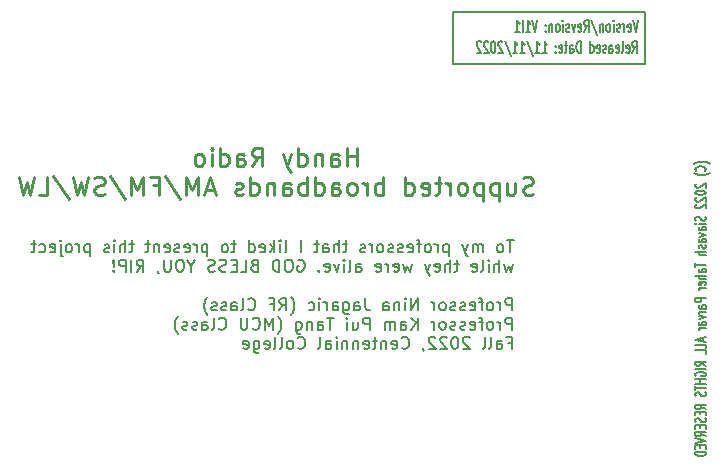
<source format=gbo>
%TF.GenerationSoftware,KiCad,Pcbnew,(6.0.7)*%
%TF.CreationDate,2022-11-10T16:47:27-05:00*%
%TF.ProjectId,_HW_HandyRadio_,5f48575f-4861-46e6-9479-526164696f5f,rev?*%
%TF.SameCoordinates,Original*%
%TF.FileFunction,Legend,Bot*%
%TF.FilePolarity,Positive*%
%FSLAX46Y46*%
G04 Gerber Fmt 4.6, Leading zero omitted, Abs format (unit mm)*
G04 Created by KiCad (PCBNEW (6.0.7)) date 2022-11-10 16:47:27*
%MOMM*%
%LPD*%
G01*
G04 APERTURE LIST*
G04 Aperture macros list*
%AMRoundRect*
0 Rectangle with rounded corners*
0 $1 Rounding radius*
0 $2 $3 $4 $5 $6 $7 $8 $9 X,Y pos of 4 corners*
0 Add a 4 corners polygon primitive as box body*
4,1,4,$2,$3,$4,$5,$6,$7,$8,$9,$2,$3,0*
0 Add four circle primitives for the rounded corners*
1,1,$1+$1,$2,$3*
1,1,$1+$1,$4,$5*
1,1,$1+$1,$6,$7*
1,1,$1+$1,$8,$9*
0 Add four rect primitives between the rounded corners*
20,1,$1+$1,$2,$3,$4,$5,0*
20,1,$1+$1,$4,$5,$6,$7,0*
20,1,$1+$1,$6,$7,$8,$9,0*
20,1,$1+$1,$8,$9,$2,$3,0*%
G04 Aperture macros list end*
%ADD10C,0.150000*%
%ADD11C,0.152400*%
%ADD12C,0.203200*%
%ADD13C,0.254000*%
%ADD14C,0.127000*%
%ADD15C,3.200000*%
%ADD16RoundRect,0.250000X-0.625000X0.350000X-0.625000X-0.350000X0.625000X-0.350000X0.625000X0.350000X0*%
%ADD17O,1.750000X1.200000*%
%ADD18C,2.200000*%
%ADD19C,1.700000*%
%ADD20C,0.800000*%
%ADD21C,6.400000*%
%ADD22O,1.900000X1.000000*%
%ADD23O,1.250000X1.050000*%
%ADD24C,4.400000*%
%ADD25R,1.700000X1.700000*%
%ADD26O,1.700000X1.700000*%
%ADD27R,1.800000X1.800000*%
%ADD28C,1.800000*%
%ADD29C,1.600000*%
%ADD30R,1.800000X1.600000*%
%ADD31RoundRect,0.250000X-0.350000X-0.625000X0.350000X-0.625000X0.350000X0.625000X-0.350000X0.625000X0*%
%ADD32O,1.200000X1.750000*%
G04 APERTURE END LIST*
D10*
X235368000Y-121301000D02*
X251624000Y-121301000D01*
X251624000Y-121301000D02*
X251624000Y-125746000D01*
X251624000Y-125746000D02*
X235368000Y-125746000D01*
X235368000Y-125746000D02*
X235368000Y-121301000D01*
D11*
X257063833Y-134182428D02*
X257021500Y-134153400D01*
X256894500Y-134095342D01*
X256809833Y-134066314D01*
X256682833Y-134037285D01*
X256471166Y-134008257D01*
X256301833Y-134008257D01*
X256090166Y-134037285D01*
X255963166Y-134066314D01*
X255878500Y-134095342D01*
X255751500Y-134153400D01*
X255709166Y-134182428D01*
X256640500Y-134763000D02*
X256682833Y-134733971D01*
X256725166Y-134646885D01*
X256725166Y-134588828D01*
X256682833Y-134501742D01*
X256598166Y-134443685D01*
X256513500Y-134414657D01*
X256344166Y-134385628D01*
X256217166Y-134385628D01*
X256047833Y-134414657D01*
X255963166Y-134443685D01*
X255878500Y-134501742D01*
X255836166Y-134588828D01*
X255836166Y-134646885D01*
X255878500Y-134733971D01*
X255920833Y-134763000D01*
X257063833Y-134966200D02*
X257021500Y-134995228D01*
X256894500Y-135053285D01*
X256809833Y-135082314D01*
X256682833Y-135111342D01*
X256471166Y-135140371D01*
X256301833Y-135140371D01*
X256090166Y-135111342D01*
X255963166Y-135082314D01*
X255878500Y-135053285D01*
X255751500Y-134995228D01*
X255709166Y-134966200D01*
X255920833Y-135866085D02*
X255878500Y-135895114D01*
X255836166Y-135953171D01*
X255836166Y-136098314D01*
X255878500Y-136156371D01*
X255920833Y-136185400D01*
X256005500Y-136214428D01*
X256090166Y-136214428D01*
X256217166Y-136185400D01*
X256725166Y-135837057D01*
X256725166Y-136214428D01*
X255836166Y-136591800D02*
X255836166Y-136649857D01*
X255878500Y-136707914D01*
X255920833Y-136736942D01*
X256005500Y-136765971D01*
X256174833Y-136795000D01*
X256386500Y-136795000D01*
X256555833Y-136765971D01*
X256640500Y-136736942D01*
X256682833Y-136707914D01*
X256725166Y-136649857D01*
X256725166Y-136591800D01*
X256682833Y-136533742D01*
X256640500Y-136504714D01*
X256555833Y-136475685D01*
X256386500Y-136446657D01*
X256174833Y-136446657D01*
X256005500Y-136475685D01*
X255920833Y-136504714D01*
X255878500Y-136533742D01*
X255836166Y-136591800D01*
X255920833Y-137027228D02*
X255878500Y-137056257D01*
X255836166Y-137114314D01*
X255836166Y-137259457D01*
X255878500Y-137317514D01*
X255920833Y-137346542D01*
X256005500Y-137375571D01*
X256090166Y-137375571D01*
X256217166Y-137346542D01*
X256725166Y-136998200D01*
X256725166Y-137375571D01*
X255920833Y-137607800D02*
X255878500Y-137636828D01*
X255836166Y-137694885D01*
X255836166Y-137840028D01*
X255878500Y-137898085D01*
X255920833Y-137927114D01*
X256005500Y-137956142D01*
X256090166Y-137956142D01*
X256217166Y-137927114D01*
X256725166Y-137578771D01*
X256725166Y-137956142D01*
X256682833Y-138652828D02*
X256725166Y-138739914D01*
X256725166Y-138885057D01*
X256682833Y-138943114D01*
X256640500Y-138972142D01*
X256555833Y-139001171D01*
X256471166Y-139001171D01*
X256386500Y-138972142D01*
X256344166Y-138943114D01*
X256301833Y-138885057D01*
X256259500Y-138768942D01*
X256217166Y-138710885D01*
X256174833Y-138681857D01*
X256090166Y-138652828D01*
X256005500Y-138652828D01*
X255920833Y-138681857D01*
X255878500Y-138710885D01*
X255836166Y-138768942D01*
X255836166Y-138914085D01*
X255878500Y-139001171D01*
X256725166Y-139262428D02*
X256132500Y-139262428D01*
X255836166Y-139262428D02*
X255878500Y-139233400D01*
X255920833Y-139262428D01*
X255878500Y-139291457D01*
X255836166Y-139262428D01*
X255920833Y-139262428D01*
X256725166Y-139813971D02*
X256259500Y-139813971D01*
X256174833Y-139784942D01*
X256132500Y-139726885D01*
X256132500Y-139610771D01*
X256174833Y-139552714D01*
X256682833Y-139813971D02*
X256725166Y-139755914D01*
X256725166Y-139610771D01*
X256682833Y-139552714D01*
X256598166Y-139523685D01*
X256513500Y-139523685D01*
X256428833Y-139552714D01*
X256386500Y-139610771D01*
X256386500Y-139755914D01*
X256344166Y-139813971D01*
X256132500Y-140046200D02*
X256725166Y-140191342D01*
X256132500Y-140336485D01*
X256725166Y-140829971D02*
X256259500Y-140829971D01*
X256174833Y-140800942D01*
X256132500Y-140742885D01*
X256132500Y-140626771D01*
X256174833Y-140568714D01*
X256682833Y-140829971D02*
X256725166Y-140771914D01*
X256725166Y-140626771D01*
X256682833Y-140568714D01*
X256598166Y-140539685D01*
X256513500Y-140539685D01*
X256428833Y-140568714D01*
X256386500Y-140626771D01*
X256386500Y-140771914D01*
X256344166Y-140829971D01*
X256682833Y-141091228D02*
X256725166Y-141149285D01*
X256725166Y-141265400D01*
X256682833Y-141323457D01*
X256598166Y-141352485D01*
X256555833Y-141352485D01*
X256471166Y-141323457D01*
X256428833Y-141265400D01*
X256428833Y-141178314D01*
X256386500Y-141120257D01*
X256301833Y-141091228D01*
X256259500Y-141091228D01*
X256174833Y-141120257D01*
X256132500Y-141178314D01*
X256132500Y-141265400D01*
X256174833Y-141323457D01*
X256725166Y-141613742D02*
X255836166Y-141613742D01*
X256725166Y-141875000D02*
X256259500Y-141875000D01*
X256174833Y-141845971D01*
X256132500Y-141787914D01*
X256132500Y-141700828D01*
X256174833Y-141642771D01*
X256217166Y-141613742D01*
X255836166Y-142542657D02*
X255836166Y-142891000D01*
X256725166Y-142716828D02*
X255836166Y-142716828D01*
X256725166Y-143355457D02*
X256259500Y-143355457D01*
X256174833Y-143326428D01*
X256132500Y-143268371D01*
X256132500Y-143152257D01*
X256174833Y-143094200D01*
X256682833Y-143355457D02*
X256725166Y-143297400D01*
X256725166Y-143152257D01*
X256682833Y-143094200D01*
X256598166Y-143065171D01*
X256513500Y-143065171D01*
X256428833Y-143094200D01*
X256386500Y-143152257D01*
X256386500Y-143297400D01*
X256344166Y-143355457D01*
X256725166Y-143645742D02*
X255836166Y-143645742D01*
X256725166Y-143907000D02*
X256259500Y-143907000D01*
X256174833Y-143877971D01*
X256132500Y-143819914D01*
X256132500Y-143732828D01*
X256174833Y-143674771D01*
X256217166Y-143645742D01*
X256682833Y-144429514D02*
X256725166Y-144371457D01*
X256725166Y-144255342D01*
X256682833Y-144197285D01*
X256598166Y-144168257D01*
X256259500Y-144168257D01*
X256174833Y-144197285D01*
X256132500Y-144255342D01*
X256132500Y-144371457D01*
X256174833Y-144429514D01*
X256259500Y-144458542D01*
X256344166Y-144458542D01*
X256428833Y-144168257D01*
X256725166Y-144719800D02*
X256132500Y-144719800D01*
X256301833Y-144719800D02*
X256217166Y-144748828D01*
X256174833Y-144777857D01*
X256132500Y-144835914D01*
X256132500Y-144893971D01*
X256725166Y-145561628D02*
X255836166Y-145561628D01*
X255836166Y-145793857D01*
X255878500Y-145851914D01*
X255920833Y-145880942D01*
X256005500Y-145909971D01*
X256132500Y-145909971D01*
X256217166Y-145880942D01*
X256259500Y-145851914D01*
X256301833Y-145793857D01*
X256301833Y-145561628D01*
X256725166Y-146432485D02*
X256259500Y-146432485D01*
X256174833Y-146403457D01*
X256132500Y-146345400D01*
X256132500Y-146229285D01*
X256174833Y-146171228D01*
X256682833Y-146432485D02*
X256725166Y-146374428D01*
X256725166Y-146229285D01*
X256682833Y-146171228D01*
X256598166Y-146142200D01*
X256513500Y-146142200D01*
X256428833Y-146171228D01*
X256386500Y-146229285D01*
X256386500Y-146374428D01*
X256344166Y-146432485D01*
X256725166Y-146722771D02*
X256132500Y-146722771D01*
X256301833Y-146722771D02*
X256217166Y-146751800D01*
X256174833Y-146780828D01*
X256132500Y-146838885D01*
X256132500Y-146896942D01*
X256132500Y-147042085D02*
X256725166Y-147187228D01*
X256132500Y-147332371D01*
X256725166Y-147825857D02*
X256259500Y-147825857D01*
X256174833Y-147796828D01*
X256132500Y-147738771D01*
X256132500Y-147622657D01*
X256174833Y-147564600D01*
X256682833Y-147825857D02*
X256725166Y-147767800D01*
X256725166Y-147622657D01*
X256682833Y-147564600D01*
X256598166Y-147535571D01*
X256513500Y-147535571D01*
X256428833Y-147564600D01*
X256386500Y-147622657D01*
X256386500Y-147767800D01*
X256344166Y-147825857D01*
X256725166Y-148116142D02*
X256132500Y-148116142D01*
X256301833Y-148116142D02*
X256217166Y-148145171D01*
X256174833Y-148174200D01*
X256132500Y-148232257D01*
X256132500Y-148290314D01*
X256471166Y-148928942D02*
X256471166Y-149219228D01*
X256725166Y-148870885D02*
X255836166Y-149074085D01*
X256725166Y-149277285D01*
X256725166Y-149770771D02*
X256725166Y-149480485D01*
X255836166Y-149480485D01*
X256725166Y-150264257D02*
X256725166Y-149973971D01*
X255836166Y-149973971D01*
X256725166Y-151280257D02*
X256301833Y-151077057D01*
X256725166Y-150931914D02*
X255836166Y-150931914D01*
X255836166Y-151164142D01*
X255878500Y-151222200D01*
X255920833Y-151251228D01*
X256005500Y-151280257D01*
X256132500Y-151280257D01*
X256217166Y-151251228D01*
X256259500Y-151222200D01*
X256301833Y-151164142D01*
X256301833Y-150931914D01*
X256725166Y-151541514D02*
X255836166Y-151541514D01*
X255878500Y-152151114D02*
X255836166Y-152093057D01*
X255836166Y-152005971D01*
X255878500Y-151918885D01*
X255963166Y-151860828D01*
X256047833Y-151831800D01*
X256217166Y-151802771D01*
X256344166Y-151802771D01*
X256513500Y-151831800D01*
X256598166Y-151860828D01*
X256682833Y-151918885D01*
X256725166Y-152005971D01*
X256725166Y-152064028D01*
X256682833Y-152151114D01*
X256640500Y-152180142D01*
X256344166Y-152180142D01*
X256344166Y-152064028D01*
X256725166Y-152441400D02*
X255836166Y-152441400D01*
X256259500Y-152441400D02*
X256259500Y-152789742D01*
X256725166Y-152789742D02*
X255836166Y-152789742D01*
X255836166Y-152992942D02*
X255836166Y-153341285D01*
X256725166Y-153167114D02*
X255836166Y-153167114D01*
X256682833Y-153515457D02*
X256725166Y-153602542D01*
X256725166Y-153747685D01*
X256682833Y-153805742D01*
X256640500Y-153834771D01*
X256555833Y-153863800D01*
X256471166Y-153863800D01*
X256386500Y-153834771D01*
X256344166Y-153805742D01*
X256301833Y-153747685D01*
X256259500Y-153631571D01*
X256217166Y-153573514D01*
X256174833Y-153544485D01*
X256090166Y-153515457D01*
X256005500Y-153515457D01*
X255920833Y-153544485D01*
X255878500Y-153573514D01*
X255836166Y-153631571D01*
X255836166Y-153776714D01*
X255878500Y-153863800D01*
X256725166Y-154937857D02*
X256301833Y-154734657D01*
X256725166Y-154589514D02*
X255836166Y-154589514D01*
X255836166Y-154821742D01*
X255878500Y-154879800D01*
X255920833Y-154908828D01*
X256005500Y-154937857D01*
X256132500Y-154937857D01*
X256217166Y-154908828D01*
X256259500Y-154879800D01*
X256301833Y-154821742D01*
X256301833Y-154589514D01*
X256259500Y-155199114D02*
X256259500Y-155402314D01*
X256725166Y-155489400D02*
X256725166Y-155199114D01*
X255836166Y-155199114D01*
X255836166Y-155489400D01*
X256682833Y-155721628D02*
X256725166Y-155808714D01*
X256725166Y-155953857D01*
X256682833Y-156011914D01*
X256640500Y-156040942D01*
X256555833Y-156069971D01*
X256471166Y-156069971D01*
X256386500Y-156040942D01*
X256344166Y-156011914D01*
X256301833Y-155953857D01*
X256259500Y-155837742D01*
X256217166Y-155779685D01*
X256174833Y-155750657D01*
X256090166Y-155721628D01*
X256005500Y-155721628D01*
X255920833Y-155750657D01*
X255878500Y-155779685D01*
X255836166Y-155837742D01*
X255836166Y-155982885D01*
X255878500Y-156069971D01*
X256259500Y-156331228D02*
X256259500Y-156534428D01*
X256725166Y-156621514D02*
X256725166Y-156331228D01*
X255836166Y-156331228D01*
X255836166Y-156621514D01*
X256725166Y-157231114D02*
X256301833Y-157027914D01*
X256725166Y-156882771D02*
X255836166Y-156882771D01*
X255836166Y-157115000D01*
X255878500Y-157173057D01*
X255920833Y-157202085D01*
X256005500Y-157231114D01*
X256132500Y-157231114D01*
X256217166Y-157202085D01*
X256259500Y-157173057D01*
X256301833Y-157115000D01*
X256301833Y-156882771D01*
X255836166Y-157405285D02*
X256725166Y-157608485D01*
X255836166Y-157811685D01*
X256259500Y-158014885D02*
X256259500Y-158218085D01*
X256725166Y-158305171D02*
X256725166Y-158014885D01*
X255836166Y-158014885D01*
X255836166Y-158305171D01*
X256725166Y-158566428D02*
X255836166Y-158566428D01*
X255836166Y-158711571D01*
X255878500Y-158798657D01*
X255963166Y-158856714D01*
X256047833Y-158885742D01*
X256217166Y-158914771D01*
X256344166Y-158914771D01*
X256513500Y-158885742D01*
X256598166Y-158856714D01*
X256682833Y-158798657D01*
X256725166Y-158711571D01*
X256725166Y-158566428D01*
D12*
X240473158Y-140658219D02*
X239892586Y-140658219D01*
X240182872Y-141674219D02*
X240182872Y-140658219D01*
X239408777Y-141674219D02*
X239505539Y-141625838D01*
X239553920Y-141577457D01*
X239602300Y-141480695D01*
X239602300Y-141190409D01*
X239553920Y-141093647D01*
X239505539Y-141045266D01*
X239408777Y-140996885D01*
X239263634Y-140996885D01*
X239166872Y-141045266D01*
X239118491Y-141093647D01*
X239070110Y-141190409D01*
X239070110Y-141480695D01*
X239118491Y-141577457D01*
X239166872Y-141625838D01*
X239263634Y-141674219D01*
X239408777Y-141674219D01*
X237860586Y-141674219D02*
X237860586Y-140996885D01*
X237860586Y-141093647D02*
X237812205Y-141045266D01*
X237715443Y-140996885D01*
X237570300Y-140996885D01*
X237473539Y-141045266D01*
X237425158Y-141142028D01*
X237425158Y-141674219D01*
X237425158Y-141142028D02*
X237376777Y-141045266D01*
X237280015Y-140996885D01*
X237134872Y-140996885D01*
X237038110Y-141045266D01*
X236989729Y-141142028D01*
X236989729Y-141674219D01*
X236602681Y-140996885D02*
X236360777Y-141674219D01*
X236118872Y-140996885D02*
X236360777Y-141674219D01*
X236457539Y-141916123D01*
X236505920Y-141964504D01*
X236602681Y-142012885D01*
X234957729Y-140996885D02*
X234957729Y-142012885D01*
X234957729Y-141045266D02*
X234860967Y-140996885D01*
X234667443Y-140996885D01*
X234570681Y-141045266D01*
X234522300Y-141093647D01*
X234473920Y-141190409D01*
X234473920Y-141480695D01*
X234522300Y-141577457D01*
X234570681Y-141625838D01*
X234667443Y-141674219D01*
X234860967Y-141674219D01*
X234957729Y-141625838D01*
X234038491Y-141674219D02*
X234038491Y-140996885D01*
X234038491Y-141190409D02*
X233990110Y-141093647D01*
X233941729Y-141045266D01*
X233844967Y-140996885D01*
X233748205Y-140996885D01*
X233264396Y-141674219D02*
X233361158Y-141625838D01*
X233409539Y-141577457D01*
X233457920Y-141480695D01*
X233457920Y-141190409D01*
X233409539Y-141093647D01*
X233361158Y-141045266D01*
X233264396Y-140996885D01*
X233119253Y-140996885D01*
X233022491Y-141045266D01*
X232974110Y-141093647D01*
X232925729Y-141190409D01*
X232925729Y-141480695D01*
X232974110Y-141577457D01*
X233022491Y-141625838D01*
X233119253Y-141674219D01*
X233264396Y-141674219D01*
X232635443Y-140996885D02*
X232248396Y-140996885D01*
X232490300Y-141674219D02*
X232490300Y-140803361D01*
X232441920Y-140706600D01*
X232345158Y-140658219D01*
X232248396Y-140658219D01*
X231522681Y-141625838D02*
X231619443Y-141674219D01*
X231812967Y-141674219D01*
X231909729Y-141625838D01*
X231958110Y-141529076D01*
X231958110Y-141142028D01*
X231909729Y-141045266D01*
X231812967Y-140996885D01*
X231619443Y-140996885D01*
X231522681Y-141045266D01*
X231474300Y-141142028D01*
X231474300Y-141238790D01*
X231958110Y-141335552D01*
X231087253Y-141625838D02*
X230990491Y-141674219D01*
X230796967Y-141674219D01*
X230700205Y-141625838D01*
X230651824Y-141529076D01*
X230651824Y-141480695D01*
X230700205Y-141383933D01*
X230796967Y-141335552D01*
X230942110Y-141335552D01*
X231038872Y-141287171D01*
X231087253Y-141190409D01*
X231087253Y-141142028D01*
X231038872Y-141045266D01*
X230942110Y-140996885D01*
X230796967Y-140996885D01*
X230700205Y-141045266D01*
X230264777Y-141625838D02*
X230168015Y-141674219D01*
X229974491Y-141674219D01*
X229877729Y-141625838D01*
X229829348Y-141529076D01*
X229829348Y-141480695D01*
X229877729Y-141383933D01*
X229974491Y-141335552D01*
X230119634Y-141335552D01*
X230216396Y-141287171D01*
X230264777Y-141190409D01*
X230264777Y-141142028D01*
X230216396Y-141045266D01*
X230119634Y-140996885D01*
X229974491Y-140996885D01*
X229877729Y-141045266D01*
X229248777Y-141674219D02*
X229345539Y-141625838D01*
X229393920Y-141577457D01*
X229442300Y-141480695D01*
X229442300Y-141190409D01*
X229393920Y-141093647D01*
X229345539Y-141045266D01*
X229248777Y-140996885D01*
X229103634Y-140996885D01*
X229006872Y-141045266D01*
X228958491Y-141093647D01*
X228910110Y-141190409D01*
X228910110Y-141480695D01*
X228958491Y-141577457D01*
X229006872Y-141625838D01*
X229103634Y-141674219D01*
X229248777Y-141674219D01*
X228474681Y-141674219D02*
X228474681Y-140996885D01*
X228474681Y-141190409D02*
X228426300Y-141093647D01*
X228377920Y-141045266D01*
X228281158Y-140996885D01*
X228184396Y-140996885D01*
X227894110Y-141625838D02*
X227797348Y-141674219D01*
X227603824Y-141674219D01*
X227507062Y-141625838D01*
X227458681Y-141529076D01*
X227458681Y-141480695D01*
X227507062Y-141383933D01*
X227603824Y-141335552D01*
X227748967Y-141335552D01*
X227845729Y-141287171D01*
X227894110Y-141190409D01*
X227894110Y-141142028D01*
X227845729Y-141045266D01*
X227748967Y-140996885D01*
X227603824Y-140996885D01*
X227507062Y-141045266D01*
X226394300Y-140996885D02*
X226007253Y-140996885D01*
X226249158Y-140658219D02*
X226249158Y-141529076D01*
X226200777Y-141625838D01*
X226104015Y-141674219D01*
X226007253Y-141674219D01*
X225668586Y-141674219D02*
X225668586Y-140658219D01*
X225233158Y-141674219D02*
X225233158Y-141142028D01*
X225281539Y-141045266D01*
X225378300Y-140996885D01*
X225523443Y-140996885D01*
X225620205Y-141045266D01*
X225668586Y-141093647D01*
X224313920Y-141674219D02*
X224313920Y-141142028D01*
X224362300Y-141045266D01*
X224459062Y-140996885D01*
X224652586Y-140996885D01*
X224749348Y-141045266D01*
X224313920Y-141625838D02*
X224410681Y-141674219D01*
X224652586Y-141674219D01*
X224749348Y-141625838D01*
X224797729Y-141529076D01*
X224797729Y-141432314D01*
X224749348Y-141335552D01*
X224652586Y-141287171D01*
X224410681Y-141287171D01*
X224313920Y-141238790D01*
X223975253Y-140996885D02*
X223588205Y-140996885D01*
X223830110Y-140658219D02*
X223830110Y-141529076D01*
X223781729Y-141625838D01*
X223684967Y-141674219D01*
X223588205Y-141674219D01*
X222475443Y-141674219D02*
X222475443Y-140658219D01*
X221072396Y-141674219D02*
X221169158Y-141625838D01*
X221217539Y-141529076D01*
X221217539Y-140658219D01*
X220685348Y-141674219D02*
X220685348Y-140996885D01*
X220685348Y-140658219D02*
X220733729Y-140706600D01*
X220685348Y-140754980D01*
X220636967Y-140706600D01*
X220685348Y-140658219D01*
X220685348Y-140754980D01*
X220201539Y-141674219D02*
X220201539Y-140658219D01*
X220104777Y-141287171D02*
X219814491Y-141674219D01*
X219814491Y-140996885D02*
X220201539Y-141383933D01*
X218992015Y-141625838D02*
X219088777Y-141674219D01*
X219282300Y-141674219D01*
X219379062Y-141625838D01*
X219427443Y-141529076D01*
X219427443Y-141142028D01*
X219379062Y-141045266D01*
X219282300Y-140996885D01*
X219088777Y-140996885D01*
X218992015Y-141045266D01*
X218943634Y-141142028D01*
X218943634Y-141238790D01*
X219427443Y-141335552D01*
X218072777Y-141674219D02*
X218072777Y-140658219D01*
X218072777Y-141625838D02*
X218169539Y-141674219D01*
X218363062Y-141674219D01*
X218459824Y-141625838D01*
X218508205Y-141577457D01*
X218556586Y-141480695D01*
X218556586Y-141190409D01*
X218508205Y-141093647D01*
X218459824Y-141045266D01*
X218363062Y-140996885D01*
X218169539Y-140996885D01*
X218072777Y-141045266D01*
X216960015Y-140996885D02*
X216572967Y-140996885D01*
X216814872Y-140658219D02*
X216814872Y-141529076D01*
X216766491Y-141625838D01*
X216669729Y-141674219D01*
X216572967Y-141674219D01*
X216089158Y-141674219D02*
X216185920Y-141625838D01*
X216234300Y-141577457D01*
X216282681Y-141480695D01*
X216282681Y-141190409D01*
X216234300Y-141093647D01*
X216185920Y-141045266D01*
X216089158Y-140996885D01*
X215944015Y-140996885D01*
X215847253Y-141045266D01*
X215798872Y-141093647D01*
X215750491Y-141190409D01*
X215750491Y-141480695D01*
X215798872Y-141577457D01*
X215847253Y-141625838D01*
X215944015Y-141674219D01*
X216089158Y-141674219D01*
X214540967Y-140996885D02*
X214540967Y-142012885D01*
X214540967Y-141045266D02*
X214444205Y-140996885D01*
X214250681Y-140996885D01*
X214153920Y-141045266D01*
X214105539Y-141093647D01*
X214057158Y-141190409D01*
X214057158Y-141480695D01*
X214105539Y-141577457D01*
X214153920Y-141625838D01*
X214250681Y-141674219D01*
X214444205Y-141674219D01*
X214540967Y-141625838D01*
X213621729Y-141674219D02*
X213621729Y-140996885D01*
X213621729Y-141190409D02*
X213573348Y-141093647D01*
X213524967Y-141045266D01*
X213428205Y-140996885D01*
X213331443Y-140996885D01*
X212605729Y-141625838D02*
X212702491Y-141674219D01*
X212896015Y-141674219D01*
X212992777Y-141625838D01*
X213041158Y-141529076D01*
X213041158Y-141142028D01*
X212992777Y-141045266D01*
X212896015Y-140996885D01*
X212702491Y-140996885D01*
X212605729Y-141045266D01*
X212557348Y-141142028D01*
X212557348Y-141238790D01*
X213041158Y-141335552D01*
X212170300Y-141625838D02*
X212073539Y-141674219D01*
X211880015Y-141674219D01*
X211783253Y-141625838D01*
X211734872Y-141529076D01*
X211734872Y-141480695D01*
X211783253Y-141383933D01*
X211880015Y-141335552D01*
X212025158Y-141335552D01*
X212121920Y-141287171D01*
X212170300Y-141190409D01*
X212170300Y-141142028D01*
X212121920Y-141045266D01*
X212025158Y-140996885D01*
X211880015Y-140996885D01*
X211783253Y-141045266D01*
X210912396Y-141625838D02*
X211009158Y-141674219D01*
X211202681Y-141674219D01*
X211299443Y-141625838D01*
X211347824Y-141529076D01*
X211347824Y-141142028D01*
X211299443Y-141045266D01*
X211202681Y-140996885D01*
X211009158Y-140996885D01*
X210912396Y-141045266D01*
X210864015Y-141142028D01*
X210864015Y-141238790D01*
X211347824Y-141335552D01*
X210428586Y-140996885D02*
X210428586Y-141674219D01*
X210428586Y-141093647D02*
X210380205Y-141045266D01*
X210283443Y-140996885D01*
X210138300Y-140996885D01*
X210041539Y-141045266D01*
X209993158Y-141142028D01*
X209993158Y-141674219D01*
X209654491Y-140996885D02*
X209267443Y-140996885D01*
X209509348Y-140658219D02*
X209509348Y-141529076D01*
X209460967Y-141625838D01*
X209364205Y-141674219D01*
X209267443Y-141674219D01*
X208299824Y-140996885D02*
X207912777Y-140996885D01*
X208154681Y-140658219D02*
X208154681Y-141529076D01*
X208106300Y-141625838D01*
X208009539Y-141674219D01*
X207912777Y-141674219D01*
X207574110Y-141674219D02*
X207574110Y-140658219D01*
X207138681Y-141674219D02*
X207138681Y-141142028D01*
X207187062Y-141045266D01*
X207283824Y-140996885D01*
X207428967Y-140996885D01*
X207525729Y-141045266D01*
X207574110Y-141093647D01*
X206654872Y-141674219D02*
X206654872Y-140996885D01*
X206654872Y-140658219D02*
X206703253Y-140706600D01*
X206654872Y-140754980D01*
X206606491Y-140706600D01*
X206654872Y-140658219D01*
X206654872Y-140754980D01*
X206219443Y-141625838D02*
X206122681Y-141674219D01*
X205929158Y-141674219D01*
X205832396Y-141625838D01*
X205784015Y-141529076D01*
X205784015Y-141480695D01*
X205832396Y-141383933D01*
X205929158Y-141335552D01*
X206074300Y-141335552D01*
X206171062Y-141287171D01*
X206219443Y-141190409D01*
X206219443Y-141142028D01*
X206171062Y-141045266D01*
X206074300Y-140996885D01*
X205929158Y-140996885D01*
X205832396Y-141045266D01*
X204574491Y-140996885D02*
X204574491Y-142012885D01*
X204574491Y-141045266D02*
X204477729Y-140996885D01*
X204284205Y-140996885D01*
X204187443Y-141045266D01*
X204139062Y-141093647D01*
X204090681Y-141190409D01*
X204090681Y-141480695D01*
X204139062Y-141577457D01*
X204187443Y-141625838D01*
X204284205Y-141674219D01*
X204477729Y-141674219D01*
X204574491Y-141625838D01*
X203655253Y-141674219D02*
X203655253Y-140996885D01*
X203655253Y-141190409D02*
X203606872Y-141093647D01*
X203558491Y-141045266D01*
X203461729Y-140996885D01*
X203364967Y-140996885D01*
X202881158Y-141674219D02*
X202977920Y-141625838D01*
X203026300Y-141577457D01*
X203074681Y-141480695D01*
X203074681Y-141190409D01*
X203026300Y-141093647D01*
X202977920Y-141045266D01*
X202881158Y-140996885D01*
X202736015Y-140996885D01*
X202639253Y-141045266D01*
X202590872Y-141093647D01*
X202542491Y-141190409D01*
X202542491Y-141480695D01*
X202590872Y-141577457D01*
X202639253Y-141625838D01*
X202736015Y-141674219D01*
X202881158Y-141674219D01*
X202107062Y-140996885D02*
X202107062Y-141867742D01*
X202155443Y-141964504D01*
X202252205Y-142012885D01*
X202300586Y-142012885D01*
X202107062Y-140658219D02*
X202155443Y-140706600D01*
X202107062Y-140754980D01*
X202058681Y-140706600D01*
X202107062Y-140658219D01*
X202107062Y-140754980D01*
X201236205Y-141625838D02*
X201332967Y-141674219D01*
X201526491Y-141674219D01*
X201623253Y-141625838D01*
X201671634Y-141529076D01*
X201671634Y-141142028D01*
X201623253Y-141045266D01*
X201526491Y-140996885D01*
X201332967Y-140996885D01*
X201236205Y-141045266D01*
X201187824Y-141142028D01*
X201187824Y-141238790D01*
X201671634Y-141335552D01*
X200316967Y-141625838D02*
X200413729Y-141674219D01*
X200607253Y-141674219D01*
X200704015Y-141625838D01*
X200752396Y-141577457D01*
X200800777Y-141480695D01*
X200800777Y-141190409D01*
X200752396Y-141093647D01*
X200704015Y-141045266D01*
X200607253Y-140996885D01*
X200413729Y-140996885D01*
X200316967Y-141045266D01*
X200026681Y-140996885D02*
X199639634Y-140996885D01*
X199881539Y-140658219D02*
X199881539Y-141529076D01*
X199833158Y-141625838D01*
X199736396Y-141674219D01*
X199639634Y-141674219D01*
X240424777Y-142632645D02*
X240231253Y-143309979D01*
X240037729Y-142826169D01*
X239844205Y-143309979D01*
X239650681Y-142632645D01*
X239263634Y-143309979D02*
X239263634Y-142293979D01*
X238828205Y-143309979D02*
X238828205Y-142777788D01*
X238876586Y-142681026D01*
X238973348Y-142632645D01*
X239118491Y-142632645D01*
X239215253Y-142681026D01*
X239263634Y-142729407D01*
X238344396Y-143309979D02*
X238344396Y-142632645D01*
X238344396Y-142293979D02*
X238392777Y-142342360D01*
X238344396Y-142390740D01*
X238296015Y-142342360D01*
X238344396Y-142293979D01*
X238344396Y-142390740D01*
X237715443Y-143309979D02*
X237812205Y-143261598D01*
X237860586Y-143164836D01*
X237860586Y-142293979D01*
X236941348Y-143261598D02*
X237038110Y-143309979D01*
X237231634Y-143309979D01*
X237328396Y-143261598D01*
X237376777Y-143164836D01*
X237376777Y-142777788D01*
X237328396Y-142681026D01*
X237231634Y-142632645D01*
X237038110Y-142632645D01*
X236941348Y-142681026D01*
X236892967Y-142777788D01*
X236892967Y-142874550D01*
X237376777Y-142971312D01*
X235828586Y-142632645D02*
X235441539Y-142632645D01*
X235683443Y-142293979D02*
X235683443Y-143164836D01*
X235635062Y-143261598D01*
X235538300Y-143309979D01*
X235441539Y-143309979D01*
X235102872Y-143309979D02*
X235102872Y-142293979D01*
X234667443Y-143309979D02*
X234667443Y-142777788D01*
X234715824Y-142681026D01*
X234812586Y-142632645D01*
X234957729Y-142632645D01*
X235054491Y-142681026D01*
X235102872Y-142729407D01*
X233796586Y-143261598D02*
X233893348Y-143309979D01*
X234086872Y-143309979D01*
X234183634Y-143261598D01*
X234232015Y-143164836D01*
X234232015Y-142777788D01*
X234183634Y-142681026D01*
X234086872Y-142632645D01*
X233893348Y-142632645D01*
X233796586Y-142681026D01*
X233748205Y-142777788D01*
X233748205Y-142874550D01*
X234232015Y-142971312D01*
X233409539Y-142632645D02*
X233167634Y-143309979D01*
X232925729Y-142632645D02*
X233167634Y-143309979D01*
X233264396Y-143551883D01*
X233312777Y-143600264D01*
X233409539Y-143648645D01*
X231861348Y-142632645D02*
X231667824Y-143309979D01*
X231474300Y-142826169D01*
X231280777Y-143309979D01*
X231087253Y-142632645D01*
X230313158Y-143261598D02*
X230409920Y-143309979D01*
X230603443Y-143309979D01*
X230700205Y-143261598D01*
X230748586Y-143164836D01*
X230748586Y-142777788D01*
X230700205Y-142681026D01*
X230603443Y-142632645D01*
X230409920Y-142632645D01*
X230313158Y-142681026D01*
X230264777Y-142777788D01*
X230264777Y-142874550D01*
X230748586Y-142971312D01*
X229829348Y-143309979D02*
X229829348Y-142632645D01*
X229829348Y-142826169D02*
X229780967Y-142729407D01*
X229732586Y-142681026D01*
X229635824Y-142632645D01*
X229539062Y-142632645D01*
X228813348Y-143261598D02*
X228910110Y-143309979D01*
X229103634Y-143309979D01*
X229200396Y-143261598D01*
X229248777Y-143164836D01*
X229248777Y-142777788D01*
X229200396Y-142681026D01*
X229103634Y-142632645D01*
X228910110Y-142632645D01*
X228813348Y-142681026D01*
X228764967Y-142777788D01*
X228764967Y-142874550D01*
X229248777Y-142971312D01*
X227120015Y-143309979D02*
X227120015Y-142777788D01*
X227168396Y-142681026D01*
X227265158Y-142632645D01*
X227458681Y-142632645D01*
X227555443Y-142681026D01*
X227120015Y-143261598D02*
X227216777Y-143309979D01*
X227458681Y-143309979D01*
X227555443Y-143261598D01*
X227603824Y-143164836D01*
X227603824Y-143068074D01*
X227555443Y-142971312D01*
X227458681Y-142922931D01*
X227216777Y-142922931D01*
X227120015Y-142874550D01*
X226491062Y-143309979D02*
X226587824Y-143261598D01*
X226636205Y-143164836D01*
X226636205Y-142293979D01*
X226104015Y-143309979D02*
X226104015Y-142632645D01*
X226104015Y-142293979D02*
X226152396Y-142342360D01*
X226104015Y-142390740D01*
X226055634Y-142342360D01*
X226104015Y-142293979D01*
X226104015Y-142390740D01*
X225716967Y-142632645D02*
X225475062Y-143309979D01*
X225233158Y-142632645D01*
X224459062Y-143261598D02*
X224555824Y-143309979D01*
X224749348Y-143309979D01*
X224846110Y-143261598D01*
X224894491Y-143164836D01*
X224894491Y-142777788D01*
X224846110Y-142681026D01*
X224749348Y-142632645D01*
X224555824Y-142632645D01*
X224459062Y-142681026D01*
X224410681Y-142777788D01*
X224410681Y-142874550D01*
X224894491Y-142971312D01*
X223975253Y-143213217D02*
X223926872Y-143261598D01*
X223975253Y-143309979D01*
X224023634Y-143261598D01*
X223975253Y-143213217D01*
X223975253Y-143309979D01*
X222185158Y-142342360D02*
X222281920Y-142293979D01*
X222427062Y-142293979D01*
X222572205Y-142342360D01*
X222668967Y-142439121D01*
X222717348Y-142535883D01*
X222765729Y-142729407D01*
X222765729Y-142874550D01*
X222717348Y-143068074D01*
X222668967Y-143164836D01*
X222572205Y-143261598D01*
X222427062Y-143309979D01*
X222330300Y-143309979D01*
X222185158Y-143261598D01*
X222136777Y-143213217D01*
X222136777Y-142874550D01*
X222330300Y-142874550D01*
X221507824Y-142293979D02*
X221314300Y-142293979D01*
X221217539Y-142342360D01*
X221120777Y-142439121D01*
X221072396Y-142632645D01*
X221072396Y-142971312D01*
X221120777Y-143164836D01*
X221217539Y-143261598D01*
X221314300Y-143309979D01*
X221507824Y-143309979D01*
X221604586Y-143261598D01*
X221701348Y-143164836D01*
X221749729Y-142971312D01*
X221749729Y-142632645D01*
X221701348Y-142439121D01*
X221604586Y-142342360D01*
X221507824Y-142293979D01*
X220636967Y-143309979D02*
X220636967Y-142293979D01*
X220395062Y-142293979D01*
X220249920Y-142342360D01*
X220153158Y-142439121D01*
X220104777Y-142535883D01*
X220056396Y-142729407D01*
X220056396Y-142874550D01*
X220104777Y-143068074D01*
X220153158Y-143164836D01*
X220249920Y-143261598D01*
X220395062Y-143309979D01*
X220636967Y-143309979D01*
X218508205Y-142777788D02*
X218363062Y-142826169D01*
X218314681Y-142874550D01*
X218266300Y-142971312D01*
X218266300Y-143116455D01*
X218314681Y-143213217D01*
X218363062Y-143261598D01*
X218459824Y-143309979D01*
X218846872Y-143309979D01*
X218846872Y-142293979D01*
X218508205Y-142293979D01*
X218411443Y-142342360D01*
X218363062Y-142390740D01*
X218314681Y-142487502D01*
X218314681Y-142584264D01*
X218363062Y-142681026D01*
X218411443Y-142729407D01*
X218508205Y-142777788D01*
X218846872Y-142777788D01*
X217347062Y-143309979D02*
X217830872Y-143309979D01*
X217830872Y-142293979D01*
X217008396Y-142777788D02*
X216669729Y-142777788D01*
X216524586Y-143309979D02*
X217008396Y-143309979D01*
X217008396Y-142293979D01*
X216524586Y-142293979D01*
X216137539Y-143261598D02*
X215992396Y-143309979D01*
X215750491Y-143309979D01*
X215653729Y-143261598D01*
X215605348Y-143213217D01*
X215556967Y-143116455D01*
X215556967Y-143019693D01*
X215605348Y-142922931D01*
X215653729Y-142874550D01*
X215750491Y-142826169D01*
X215944015Y-142777788D01*
X216040777Y-142729407D01*
X216089158Y-142681026D01*
X216137539Y-142584264D01*
X216137539Y-142487502D01*
X216089158Y-142390740D01*
X216040777Y-142342360D01*
X215944015Y-142293979D01*
X215702110Y-142293979D01*
X215556967Y-142342360D01*
X215169920Y-143261598D02*
X215024777Y-143309979D01*
X214782872Y-143309979D01*
X214686110Y-143261598D01*
X214637729Y-143213217D01*
X214589348Y-143116455D01*
X214589348Y-143019693D01*
X214637729Y-142922931D01*
X214686110Y-142874550D01*
X214782872Y-142826169D01*
X214976396Y-142777788D01*
X215073158Y-142729407D01*
X215121539Y-142681026D01*
X215169920Y-142584264D01*
X215169920Y-142487502D01*
X215121539Y-142390740D01*
X215073158Y-142342360D01*
X214976396Y-142293979D01*
X214734491Y-142293979D01*
X214589348Y-142342360D01*
X213186300Y-142826169D02*
X213186300Y-143309979D01*
X213524967Y-142293979D02*
X213186300Y-142826169D01*
X212847634Y-142293979D01*
X212315443Y-142293979D02*
X212121920Y-142293979D01*
X212025158Y-142342360D01*
X211928396Y-142439121D01*
X211880015Y-142632645D01*
X211880015Y-142971312D01*
X211928396Y-143164836D01*
X212025158Y-143261598D01*
X212121920Y-143309979D01*
X212315443Y-143309979D01*
X212412205Y-143261598D01*
X212508967Y-143164836D01*
X212557348Y-142971312D01*
X212557348Y-142632645D01*
X212508967Y-142439121D01*
X212412205Y-142342360D01*
X212315443Y-142293979D01*
X211444586Y-142293979D02*
X211444586Y-143116455D01*
X211396205Y-143213217D01*
X211347824Y-143261598D01*
X211251062Y-143309979D01*
X211057539Y-143309979D01*
X210960777Y-143261598D01*
X210912396Y-143213217D01*
X210864015Y-143116455D01*
X210864015Y-142293979D01*
X210331824Y-143261598D02*
X210331824Y-143309979D01*
X210380205Y-143406740D01*
X210428586Y-143455121D01*
X208541729Y-143309979D02*
X208880396Y-142826169D01*
X209122300Y-143309979D02*
X209122300Y-142293979D01*
X208735253Y-142293979D01*
X208638491Y-142342360D01*
X208590110Y-142390740D01*
X208541729Y-142487502D01*
X208541729Y-142632645D01*
X208590110Y-142729407D01*
X208638491Y-142777788D01*
X208735253Y-142826169D01*
X209122300Y-142826169D01*
X208106300Y-143309979D02*
X208106300Y-142293979D01*
X207622491Y-143309979D02*
X207622491Y-142293979D01*
X207235443Y-142293979D01*
X207138681Y-142342360D01*
X207090300Y-142390740D01*
X207041920Y-142487502D01*
X207041920Y-142632645D01*
X207090300Y-142729407D01*
X207138681Y-142777788D01*
X207235443Y-142826169D01*
X207622491Y-142826169D01*
X206606491Y-143213217D02*
X206558110Y-143261598D01*
X206606491Y-143309979D01*
X206654872Y-143261598D01*
X206606491Y-143213217D01*
X206606491Y-143309979D01*
X206606491Y-142922931D02*
X206654872Y-142342360D01*
X206606491Y-142293979D01*
X206558110Y-142342360D01*
X206606491Y-142922931D01*
X206606491Y-142293979D01*
X240328015Y-146581499D02*
X240328015Y-145565499D01*
X239940967Y-145565499D01*
X239844205Y-145613880D01*
X239795824Y-145662260D01*
X239747443Y-145759022D01*
X239747443Y-145904165D01*
X239795824Y-146000927D01*
X239844205Y-146049308D01*
X239940967Y-146097689D01*
X240328015Y-146097689D01*
X239312015Y-146581499D02*
X239312015Y-145904165D01*
X239312015Y-146097689D02*
X239263634Y-146000927D01*
X239215253Y-145952546D01*
X239118491Y-145904165D01*
X239021729Y-145904165D01*
X238537920Y-146581499D02*
X238634681Y-146533118D01*
X238683062Y-146484737D01*
X238731443Y-146387975D01*
X238731443Y-146097689D01*
X238683062Y-146000927D01*
X238634681Y-145952546D01*
X238537920Y-145904165D01*
X238392777Y-145904165D01*
X238296015Y-145952546D01*
X238247634Y-146000927D01*
X238199253Y-146097689D01*
X238199253Y-146387975D01*
X238247634Y-146484737D01*
X238296015Y-146533118D01*
X238392777Y-146581499D01*
X238537920Y-146581499D01*
X237908967Y-145904165D02*
X237521920Y-145904165D01*
X237763824Y-146581499D02*
X237763824Y-145710641D01*
X237715443Y-145613880D01*
X237618681Y-145565499D01*
X237521920Y-145565499D01*
X236796205Y-146533118D02*
X236892967Y-146581499D01*
X237086491Y-146581499D01*
X237183253Y-146533118D01*
X237231634Y-146436356D01*
X237231634Y-146049308D01*
X237183253Y-145952546D01*
X237086491Y-145904165D01*
X236892967Y-145904165D01*
X236796205Y-145952546D01*
X236747824Y-146049308D01*
X236747824Y-146146070D01*
X237231634Y-146242832D01*
X236360777Y-146533118D02*
X236264015Y-146581499D01*
X236070491Y-146581499D01*
X235973729Y-146533118D01*
X235925348Y-146436356D01*
X235925348Y-146387975D01*
X235973729Y-146291213D01*
X236070491Y-146242832D01*
X236215634Y-146242832D01*
X236312396Y-146194451D01*
X236360777Y-146097689D01*
X236360777Y-146049308D01*
X236312396Y-145952546D01*
X236215634Y-145904165D01*
X236070491Y-145904165D01*
X235973729Y-145952546D01*
X235538300Y-146533118D02*
X235441539Y-146581499D01*
X235248015Y-146581499D01*
X235151253Y-146533118D01*
X235102872Y-146436356D01*
X235102872Y-146387975D01*
X235151253Y-146291213D01*
X235248015Y-146242832D01*
X235393158Y-146242832D01*
X235489920Y-146194451D01*
X235538300Y-146097689D01*
X235538300Y-146049308D01*
X235489920Y-145952546D01*
X235393158Y-145904165D01*
X235248015Y-145904165D01*
X235151253Y-145952546D01*
X234522300Y-146581499D02*
X234619062Y-146533118D01*
X234667443Y-146484737D01*
X234715824Y-146387975D01*
X234715824Y-146097689D01*
X234667443Y-146000927D01*
X234619062Y-145952546D01*
X234522300Y-145904165D01*
X234377158Y-145904165D01*
X234280396Y-145952546D01*
X234232015Y-146000927D01*
X234183634Y-146097689D01*
X234183634Y-146387975D01*
X234232015Y-146484737D01*
X234280396Y-146533118D01*
X234377158Y-146581499D01*
X234522300Y-146581499D01*
X233748205Y-146581499D02*
X233748205Y-145904165D01*
X233748205Y-146097689D02*
X233699824Y-146000927D01*
X233651443Y-145952546D01*
X233554681Y-145904165D01*
X233457920Y-145904165D01*
X232345158Y-146581499D02*
X232345158Y-145565499D01*
X231764586Y-146581499D01*
X231764586Y-145565499D01*
X231280777Y-146581499D02*
X231280777Y-145904165D01*
X231280777Y-145565499D02*
X231329158Y-145613880D01*
X231280777Y-145662260D01*
X231232396Y-145613880D01*
X231280777Y-145565499D01*
X231280777Y-145662260D01*
X230796967Y-145904165D02*
X230796967Y-146581499D01*
X230796967Y-146000927D02*
X230748586Y-145952546D01*
X230651824Y-145904165D01*
X230506681Y-145904165D01*
X230409920Y-145952546D01*
X230361539Y-146049308D01*
X230361539Y-146581499D01*
X229442300Y-146581499D02*
X229442300Y-146049308D01*
X229490681Y-145952546D01*
X229587443Y-145904165D01*
X229780967Y-145904165D01*
X229877729Y-145952546D01*
X229442300Y-146533118D02*
X229539062Y-146581499D01*
X229780967Y-146581499D01*
X229877729Y-146533118D01*
X229926110Y-146436356D01*
X229926110Y-146339594D01*
X229877729Y-146242832D01*
X229780967Y-146194451D01*
X229539062Y-146194451D01*
X229442300Y-146146070D01*
X227894110Y-145565499D02*
X227894110Y-146291213D01*
X227942491Y-146436356D01*
X228039253Y-146533118D01*
X228184396Y-146581499D01*
X228281158Y-146581499D01*
X226974872Y-146581499D02*
X226974872Y-146049308D01*
X227023253Y-145952546D01*
X227120015Y-145904165D01*
X227313539Y-145904165D01*
X227410300Y-145952546D01*
X226974872Y-146533118D02*
X227071634Y-146581499D01*
X227313539Y-146581499D01*
X227410300Y-146533118D01*
X227458681Y-146436356D01*
X227458681Y-146339594D01*
X227410300Y-146242832D01*
X227313539Y-146194451D01*
X227071634Y-146194451D01*
X226974872Y-146146070D01*
X226055634Y-145904165D02*
X226055634Y-146726641D01*
X226104015Y-146823403D01*
X226152396Y-146871784D01*
X226249158Y-146920165D01*
X226394300Y-146920165D01*
X226491062Y-146871784D01*
X226055634Y-146533118D02*
X226152396Y-146581499D01*
X226345920Y-146581499D01*
X226442681Y-146533118D01*
X226491062Y-146484737D01*
X226539443Y-146387975D01*
X226539443Y-146097689D01*
X226491062Y-146000927D01*
X226442681Y-145952546D01*
X226345920Y-145904165D01*
X226152396Y-145904165D01*
X226055634Y-145952546D01*
X225136396Y-146581499D02*
X225136396Y-146049308D01*
X225184777Y-145952546D01*
X225281539Y-145904165D01*
X225475062Y-145904165D01*
X225571824Y-145952546D01*
X225136396Y-146533118D02*
X225233158Y-146581499D01*
X225475062Y-146581499D01*
X225571824Y-146533118D01*
X225620205Y-146436356D01*
X225620205Y-146339594D01*
X225571824Y-146242832D01*
X225475062Y-146194451D01*
X225233158Y-146194451D01*
X225136396Y-146146070D01*
X224652586Y-146581499D02*
X224652586Y-145904165D01*
X224652586Y-146097689D02*
X224604205Y-146000927D01*
X224555824Y-145952546D01*
X224459062Y-145904165D01*
X224362300Y-145904165D01*
X224023634Y-146581499D02*
X224023634Y-145904165D01*
X224023634Y-145565499D02*
X224072015Y-145613880D01*
X224023634Y-145662260D01*
X223975253Y-145613880D01*
X224023634Y-145565499D01*
X224023634Y-145662260D01*
X223104396Y-146533118D02*
X223201158Y-146581499D01*
X223394681Y-146581499D01*
X223491443Y-146533118D01*
X223539824Y-146484737D01*
X223588205Y-146387975D01*
X223588205Y-146097689D01*
X223539824Y-146000927D01*
X223491443Y-145952546D01*
X223394681Y-145904165D01*
X223201158Y-145904165D01*
X223104396Y-145952546D01*
X221604586Y-146968546D02*
X221652967Y-146920165D01*
X221749729Y-146775022D01*
X221798110Y-146678260D01*
X221846491Y-146533118D01*
X221894872Y-146291213D01*
X221894872Y-146097689D01*
X221846491Y-145855784D01*
X221798110Y-145710641D01*
X221749729Y-145613880D01*
X221652967Y-145468737D01*
X221604586Y-145420356D01*
X220636967Y-146581499D02*
X220975634Y-146097689D01*
X221217539Y-146581499D02*
X221217539Y-145565499D01*
X220830491Y-145565499D01*
X220733729Y-145613880D01*
X220685348Y-145662260D01*
X220636967Y-145759022D01*
X220636967Y-145904165D01*
X220685348Y-146000927D01*
X220733729Y-146049308D01*
X220830491Y-146097689D01*
X221217539Y-146097689D01*
X219862872Y-146049308D02*
X220201539Y-146049308D01*
X220201539Y-146581499D02*
X220201539Y-145565499D01*
X219717729Y-145565499D01*
X217976015Y-146484737D02*
X218024396Y-146533118D01*
X218169539Y-146581499D01*
X218266300Y-146581499D01*
X218411443Y-146533118D01*
X218508205Y-146436356D01*
X218556586Y-146339594D01*
X218604967Y-146146070D01*
X218604967Y-146000927D01*
X218556586Y-145807403D01*
X218508205Y-145710641D01*
X218411443Y-145613880D01*
X218266300Y-145565499D01*
X218169539Y-145565499D01*
X218024396Y-145613880D01*
X217976015Y-145662260D01*
X217395443Y-146581499D02*
X217492205Y-146533118D01*
X217540586Y-146436356D01*
X217540586Y-145565499D01*
X216572967Y-146581499D02*
X216572967Y-146049308D01*
X216621348Y-145952546D01*
X216718110Y-145904165D01*
X216911634Y-145904165D01*
X217008396Y-145952546D01*
X216572967Y-146533118D02*
X216669729Y-146581499D01*
X216911634Y-146581499D01*
X217008396Y-146533118D01*
X217056777Y-146436356D01*
X217056777Y-146339594D01*
X217008396Y-146242832D01*
X216911634Y-146194451D01*
X216669729Y-146194451D01*
X216572967Y-146146070D01*
X216137539Y-146533118D02*
X216040777Y-146581499D01*
X215847253Y-146581499D01*
X215750491Y-146533118D01*
X215702110Y-146436356D01*
X215702110Y-146387975D01*
X215750491Y-146291213D01*
X215847253Y-146242832D01*
X215992396Y-146242832D01*
X216089158Y-146194451D01*
X216137539Y-146097689D01*
X216137539Y-146049308D01*
X216089158Y-145952546D01*
X215992396Y-145904165D01*
X215847253Y-145904165D01*
X215750491Y-145952546D01*
X215315062Y-146533118D02*
X215218300Y-146581499D01*
X215024777Y-146581499D01*
X214928015Y-146533118D01*
X214879634Y-146436356D01*
X214879634Y-146387975D01*
X214928015Y-146291213D01*
X215024777Y-146242832D01*
X215169920Y-146242832D01*
X215266681Y-146194451D01*
X215315062Y-146097689D01*
X215315062Y-146049308D01*
X215266681Y-145952546D01*
X215169920Y-145904165D01*
X215024777Y-145904165D01*
X214928015Y-145952546D01*
X214540967Y-146968546D02*
X214492586Y-146920165D01*
X214395824Y-146775022D01*
X214347443Y-146678260D01*
X214299062Y-146533118D01*
X214250681Y-146291213D01*
X214250681Y-146097689D01*
X214299062Y-145855784D01*
X214347443Y-145710641D01*
X214395824Y-145613880D01*
X214492586Y-145468737D01*
X214540967Y-145420356D01*
X240328015Y-148217259D02*
X240328015Y-147201259D01*
X239940967Y-147201259D01*
X239844205Y-147249640D01*
X239795824Y-147298020D01*
X239747443Y-147394782D01*
X239747443Y-147539925D01*
X239795824Y-147636687D01*
X239844205Y-147685068D01*
X239940967Y-147733449D01*
X240328015Y-147733449D01*
X239312015Y-148217259D02*
X239312015Y-147539925D01*
X239312015Y-147733449D02*
X239263634Y-147636687D01*
X239215253Y-147588306D01*
X239118491Y-147539925D01*
X239021729Y-147539925D01*
X238537920Y-148217259D02*
X238634681Y-148168878D01*
X238683062Y-148120497D01*
X238731443Y-148023735D01*
X238731443Y-147733449D01*
X238683062Y-147636687D01*
X238634681Y-147588306D01*
X238537920Y-147539925D01*
X238392777Y-147539925D01*
X238296015Y-147588306D01*
X238247634Y-147636687D01*
X238199253Y-147733449D01*
X238199253Y-148023735D01*
X238247634Y-148120497D01*
X238296015Y-148168878D01*
X238392777Y-148217259D01*
X238537920Y-148217259D01*
X237908967Y-147539925D02*
X237521920Y-147539925D01*
X237763824Y-148217259D02*
X237763824Y-147346401D01*
X237715443Y-147249640D01*
X237618681Y-147201259D01*
X237521920Y-147201259D01*
X236796205Y-148168878D02*
X236892967Y-148217259D01*
X237086491Y-148217259D01*
X237183253Y-148168878D01*
X237231634Y-148072116D01*
X237231634Y-147685068D01*
X237183253Y-147588306D01*
X237086491Y-147539925D01*
X236892967Y-147539925D01*
X236796205Y-147588306D01*
X236747824Y-147685068D01*
X236747824Y-147781830D01*
X237231634Y-147878592D01*
X236360777Y-148168878D02*
X236264015Y-148217259D01*
X236070491Y-148217259D01*
X235973729Y-148168878D01*
X235925348Y-148072116D01*
X235925348Y-148023735D01*
X235973729Y-147926973D01*
X236070491Y-147878592D01*
X236215634Y-147878592D01*
X236312396Y-147830211D01*
X236360777Y-147733449D01*
X236360777Y-147685068D01*
X236312396Y-147588306D01*
X236215634Y-147539925D01*
X236070491Y-147539925D01*
X235973729Y-147588306D01*
X235538300Y-148168878D02*
X235441539Y-148217259D01*
X235248015Y-148217259D01*
X235151253Y-148168878D01*
X235102872Y-148072116D01*
X235102872Y-148023735D01*
X235151253Y-147926973D01*
X235248015Y-147878592D01*
X235393158Y-147878592D01*
X235489920Y-147830211D01*
X235538300Y-147733449D01*
X235538300Y-147685068D01*
X235489920Y-147588306D01*
X235393158Y-147539925D01*
X235248015Y-147539925D01*
X235151253Y-147588306D01*
X234522300Y-148217259D02*
X234619062Y-148168878D01*
X234667443Y-148120497D01*
X234715824Y-148023735D01*
X234715824Y-147733449D01*
X234667443Y-147636687D01*
X234619062Y-147588306D01*
X234522300Y-147539925D01*
X234377158Y-147539925D01*
X234280396Y-147588306D01*
X234232015Y-147636687D01*
X234183634Y-147733449D01*
X234183634Y-148023735D01*
X234232015Y-148120497D01*
X234280396Y-148168878D01*
X234377158Y-148217259D01*
X234522300Y-148217259D01*
X233748205Y-148217259D02*
X233748205Y-147539925D01*
X233748205Y-147733449D02*
X233699824Y-147636687D01*
X233651443Y-147588306D01*
X233554681Y-147539925D01*
X233457920Y-147539925D01*
X232345158Y-148217259D02*
X232345158Y-147201259D01*
X231764586Y-148217259D02*
X232200015Y-147636687D01*
X231764586Y-147201259D02*
X232345158Y-147781830D01*
X230893729Y-148217259D02*
X230893729Y-147685068D01*
X230942110Y-147588306D01*
X231038872Y-147539925D01*
X231232396Y-147539925D01*
X231329158Y-147588306D01*
X230893729Y-148168878D02*
X230990491Y-148217259D01*
X231232396Y-148217259D01*
X231329158Y-148168878D01*
X231377539Y-148072116D01*
X231377539Y-147975354D01*
X231329158Y-147878592D01*
X231232396Y-147830211D01*
X230990491Y-147830211D01*
X230893729Y-147781830D01*
X230409920Y-148217259D02*
X230409920Y-147539925D01*
X230409920Y-147636687D02*
X230361539Y-147588306D01*
X230264777Y-147539925D01*
X230119634Y-147539925D01*
X230022872Y-147588306D01*
X229974491Y-147685068D01*
X229974491Y-148217259D01*
X229974491Y-147685068D02*
X229926110Y-147588306D01*
X229829348Y-147539925D01*
X229684205Y-147539925D01*
X229587443Y-147588306D01*
X229539062Y-147685068D01*
X229539062Y-148217259D01*
X228281158Y-148217259D02*
X228281158Y-147201259D01*
X227894110Y-147201259D01*
X227797348Y-147249640D01*
X227748967Y-147298020D01*
X227700586Y-147394782D01*
X227700586Y-147539925D01*
X227748967Y-147636687D01*
X227797348Y-147685068D01*
X227894110Y-147733449D01*
X228281158Y-147733449D01*
X226829729Y-147539925D02*
X226829729Y-148217259D01*
X227265158Y-147539925D02*
X227265158Y-148072116D01*
X227216777Y-148168878D01*
X227120015Y-148217259D01*
X226974872Y-148217259D01*
X226878110Y-148168878D01*
X226829729Y-148120497D01*
X226345920Y-148217259D02*
X226345920Y-147539925D01*
X226345920Y-147201259D02*
X226394300Y-147249640D01*
X226345920Y-147298020D01*
X226297539Y-147249640D01*
X226345920Y-147201259D01*
X226345920Y-147298020D01*
X225233158Y-147201259D02*
X224652586Y-147201259D01*
X224942872Y-148217259D02*
X224942872Y-147201259D01*
X223878491Y-148217259D02*
X223878491Y-147685068D01*
X223926872Y-147588306D01*
X224023634Y-147539925D01*
X224217158Y-147539925D01*
X224313920Y-147588306D01*
X223878491Y-148168878D02*
X223975253Y-148217259D01*
X224217158Y-148217259D01*
X224313920Y-148168878D01*
X224362300Y-148072116D01*
X224362300Y-147975354D01*
X224313920Y-147878592D01*
X224217158Y-147830211D01*
X223975253Y-147830211D01*
X223878491Y-147781830D01*
X223394681Y-147539925D02*
X223394681Y-148217259D01*
X223394681Y-147636687D02*
X223346300Y-147588306D01*
X223249539Y-147539925D01*
X223104396Y-147539925D01*
X223007634Y-147588306D01*
X222959253Y-147685068D01*
X222959253Y-148217259D01*
X222040015Y-147539925D02*
X222040015Y-148362401D01*
X222088396Y-148459163D01*
X222136777Y-148507544D01*
X222233539Y-148555925D01*
X222378681Y-148555925D01*
X222475443Y-148507544D01*
X222040015Y-148168878D02*
X222136777Y-148217259D01*
X222330300Y-148217259D01*
X222427062Y-148168878D01*
X222475443Y-148120497D01*
X222523824Y-148023735D01*
X222523824Y-147733449D01*
X222475443Y-147636687D01*
X222427062Y-147588306D01*
X222330300Y-147539925D01*
X222136777Y-147539925D01*
X222040015Y-147588306D01*
X220491824Y-148604306D02*
X220540205Y-148555925D01*
X220636967Y-148410782D01*
X220685348Y-148314020D01*
X220733729Y-148168878D01*
X220782110Y-147926973D01*
X220782110Y-147733449D01*
X220733729Y-147491544D01*
X220685348Y-147346401D01*
X220636967Y-147249640D01*
X220540205Y-147104497D01*
X220491824Y-147056116D01*
X220104777Y-148217259D02*
X220104777Y-147201259D01*
X219766110Y-147926973D01*
X219427443Y-147201259D01*
X219427443Y-148217259D01*
X218363062Y-148120497D02*
X218411443Y-148168878D01*
X218556586Y-148217259D01*
X218653348Y-148217259D01*
X218798491Y-148168878D01*
X218895253Y-148072116D01*
X218943634Y-147975354D01*
X218992015Y-147781830D01*
X218992015Y-147636687D01*
X218943634Y-147443163D01*
X218895253Y-147346401D01*
X218798491Y-147249640D01*
X218653348Y-147201259D01*
X218556586Y-147201259D01*
X218411443Y-147249640D01*
X218363062Y-147298020D01*
X217927634Y-147201259D02*
X217927634Y-148023735D01*
X217879253Y-148120497D01*
X217830872Y-148168878D01*
X217734110Y-148217259D01*
X217540586Y-148217259D01*
X217443824Y-148168878D01*
X217395443Y-148120497D01*
X217347062Y-148023735D01*
X217347062Y-147201259D01*
X215508586Y-148120497D02*
X215556967Y-148168878D01*
X215702110Y-148217259D01*
X215798872Y-148217259D01*
X215944015Y-148168878D01*
X216040777Y-148072116D01*
X216089158Y-147975354D01*
X216137539Y-147781830D01*
X216137539Y-147636687D01*
X216089158Y-147443163D01*
X216040777Y-147346401D01*
X215944015Y-147249640D01*
X215798872Y-147201259D01*
X215702110Y-147201259D01*
X215556967Y-147249640D01*
X215508586Y-147298020D01*
X214928015Y-148217259D02*
X215024777Y-148168878D01*
X215073158Y-148072116D01*
X215073158Y-147201259D01*
X214105539Y-148217259D02*
X214105539Y-147685068D01*
X214153920Y-147588306D01*
X214250681Y-147539925D01*
X214444205Y-147539925D01*
X214540967Y-147588306D01*
X214105539Y-148168878D02*
X214202300Y-148217259D01*
X214444205Y-148217259D01*
X214540967Y-148168878D01*
X214589348Y-148072116D01*
X214589348Y-147975354D01*
X214540967Y-147878592D01*
X214444205Y-147830211D01*
X214202300Y-147830211D01*
X214105539Y-147781830D01*
X213670110Y-148168878D02*
X213573348Y-148217259D01*
X213379824Y-148217259D01*
X213283062Y-148168878D01*
X213234681Y-148072116D01*
X213234681Y-148023735D01*
X213283062Y-147926973D01*
X213379824Y-147878592D01*
X213524967Y-147878592D01*
X213621729Y-147830211D01*
X213670110Y-147733449D01*
X213670110Y-147685068D01*
X213621729Y-147588306D01*
X213524967Y-147539925D01*
X213379824Y-147539925D01*
X213283062Y-147588306D01*
X212847634Y-148168878D02*
X212750872Y-148217259D01*
X212557348Y-148217259D01*
X212460586Y-148168878D01*
X212412205Y-148072116D01*
X212412205Y-148023735D01*
X212460586Y-147926973D01*
X212557348Y-147878592D01*
X212702491Y-147878592D01*
X212799253Y-147830211D01*
X212847634Y-147733449D01*
X212847634Y-147685068D01*
X212799253Y-147588306D01*
X212702491Y-147539925D01*
X212557348Y-147539925D01*
X212460586Y-147588306D01*
X212073539Y-148604306D02*
X212025158Y-148555925D01*
X211928396Y-148410782D01*
X211880015Y-148314020D01*
X211831634Y-148168878D01*
X211783253Y-147926973D01*
X211783253Y-147733449D01*
X211831634Y-147491544D01*
X211880015Y-147346401D01*
X211928396Y-147249640D01*
X212025158Y-147104497D01*
X212073539Y-147056116D01*
X239989348Y-149320828D02*
X240328015Y-149320828D01*
X240328015Y-149853019D02*
X240328015Y-148837019D01*
X239844205Y-148837019D01*
X239021729Y-149853019D02*
X239021729Y-149320828D01*
X239070110Y-149224066D01*
X239166872Y-149175685D01*
X239360396Y-149175685D01*
X239457158Y-149224066D01*
X239021729Y-149804638D02*
X239118491Y-149853019D01*
X239360396Y-149853019D01*
X239457158Y-149804638D01*
X239505539Y-149707876D01*
X239505539Y-149611114D01*
X239457158Y-149514352D01*
X239360396Y-149465971D01*
X239118491Y-149465971D01*
X239021729Y-149417590D01*
X238392777Y-149853019D02*
X238489539Y-149804638D01*
X238537920Y-149707876D01*
X238537920Y-148837019D01*
X237860586Y-149853019D02*
X237957348Y-149804638D01*
X238005729Y-149707876D01*
X238005729Y-148837019D01*
X236747824Y-148933780D02*
X236699443Y-148885400D01*
X236602681Y-148837019D01*
X236360777Y-148837019D01*
X236264015Y-148885400D01*
X236215634Y-148933780D01*
X236167253Y-149030542D01*
X236167253Y-149127304D01*
X236215634Y-149272447D01*
X236796205Y-149853019D01*
X236167253Y-149853019D01*
X235538300Y-148837019D02*
X235441539Y-148837019D01*
X235344777Y-148885400D01*
X235296396Y-148933780D01*
X235248015Y-149030542D01*
X235199634Y-149224066D01*
X235199634Y-149465971D01*
X235248015Y-149659495D01*
X235296396Y-149756257D01*
X235344777Y-149804638D01*
X235441539Y-149853019D01*
X235538300Y-149853019D01*
X235635062Y-149804638D01*
X235683443Y-149756257D01*
X235731824Y-149659495D01*
X235780205Y-149465971D01*
X235780205Y-149224066D01*
X235731824Y-149030542D01*
X235683443Y-148933780D01*
X235635062Y-148885400D01*
X235538300Y-148837019D01*
X234812586Y-148933780D02*
X234764205Y-148885400D01*
X234667443Y-148837019D01*
X234425539Y-148837019D01*
X234328777Y-148885400D01*
X234280396Y-148933780D01*
X234232015Y-149030542D01*
X234232015Y-149127304D01*
X234280396Y-149272447D01*
X234860967Y-149853019D01*
X234232015Y-149853019D01*
X233844967Y-148933780D02*
X233796586Y-148885400D01*
X233699824Y-148837019D01*
X233457920Y-148837019D01*
X233361158Y-148885400D01*
X233312777Y-148933780D01*
X233264396Y-149030542D01*
X233264396Y-149127304D01*
X233312777Y-149272447D01*
X233893348Y-149853019D01*
X233264396Y-149853019D01*
X232780586Y-149804638D02*
X232780586Y-149853019D01*
X232828967Y-149949780D01*
X232877348Y-149998161D01*
X230990491Y-149756257D02*
X231038872Y-149804638D01*
X231184015Y-149853019D01*
X231280777Y-149853019D01*
X231425920Y-149804638D01*
X231522681Y-149707876D01*
X231571062Y-149611114D01*
X231619443Y-149417590D01*
X231619443Y-149272447D01*
X231571062Y-149078923D01*
X231522681Y-148982161D01*
X231425920Y-148885400D01*
X231280777Y-148837019D01*
X231184015Y-148837019D01*
X231038872Y-148885400D01*
X230990491Y-148933780D01*
X230168015Y-149804638D02*
X230264777Y-149853019D01*
X230458300Y-149853019D01*
X230555062Y-149804638D01*
X230603443Y-149707876D01*
X230603443Y-149320828D01*
X230555062Y-149224066D01*
X230458300Y-149175685D01*
X230264777Y-149175685D01*
X230168015Y-149224066D01*
X230119634Y-149320828D01*
X230119634Y-149417590D01*
X230603443Y-149514352D01*
X229684205Y-149175685D02*
X229684205Y-149853019D01*
X229684205Y-149272447D02*
X229635824Y-149224066D01*
X229539062Y-149175685D01*
X229393920Y-149175685D01*
X229297158Y-149224066D01*
X229248777Y-149320828D01*
X229248777Y-149853019D01*
X228910110Y-149175685D02*
X228523062Y-149175685D01*
X228764967Y-148837019D02*
X228764967Y-149707876D01*
X228716586Y-149804638D01*
X228619824Y-149853019D01*
X228523062Y-149853019D01*
X227797348Y-149804638D02*
X227894110Y-149853019D01*
X228087634Y-149853019D01*
X228184396Y-149804638D01*
X228232777Y-149707876D01*
X228232777Y-149320828D01*
X228184396Y-149224066D01*
X228087634Y-149175685D01*
X227894110Y-149175685D01*
X227797348Y-149224066D01*
X227748967Y-149320828D01*
X227748967Y-149417590D01*
X228232777Y-149514352D01*
X227313539Y-149175685D02*
X227313539Y-149853019D01*
X227313539Y-149272447D02*
X227265158Y-149224066D01*
X227168396Y-149175685D01*
X227023253Y-149175685D01*
X226926491Y-149224066D01*
X226878110Y-149320828D01*
X226878110Y-149853019D01*
X226394300Y-149175685D02*
X226394300Y-149853019D01*
X226394300Y-149272447D02*
X226345920Y-149224066D01*
X226249158Y-149175685D01*
X226104015Y-149175685D01*
X226007253Y-149224066D01*
X225958872Y-149320828D01*
X225958872Y-149853019D01*
X225475062Y-149853019D02*
X225475062Y-149175685D01*
X225475062Y-148837019D02*
X225523443Y-148885400D01*
X225475062Y-148933780D01*
X225426681Y-148885400D01*
X225475062Y-148837019D01*
X225475062Y-148933780D01*
X224555824Y-149853019D02*
X224555824Y-149320828D01*
X224604205Y-149224066D01*
X224700967Y-149175685D01*
X224894491Y-149175685D01*
X224991253Y-149224066D01*
X224555824Y-149804638D02*
X224652586Y-149853019D01*
X224894491Y-149853019D01*
X224991253Y-149804638D01*
X225039634Y-149707876D01*
X225039634Y-149611114D01*
X224991253Y-149514352D01*
X224894491Y-149465971D01*
X224652586Y-149465971D01*
X224555824Y-149417590D01*
X223926872Y-149853019D02*
X224023634Y-149804638D01*
X224072015Y-149707876D01*
X224072015Y-148837019D01*
X222185158Y-149756257D02*
X222233539Y-149804638D01*
X222378681Y-149853019D01*
X222475443Y-149853019D01*
X222620586Y-149804638D01*
X222717348Y-149707876D01*
X222765729Y-149611114D01*
X222814110Y-149417590D01*
X222814110Y-149272447D01*
X222765729Y-149078923D01*
X222717348Y-148982161D01*
X222620586Y-148885400D01*
X222475443Y-148837019D01*
X222378681Y-148837019D01*
X222233539Y-148885400D01*
X222185158Y-148933780D01*
X221604586Y-149853019D02*
X221701348Y-149804638D01*
X221749729Y-149756257D01*
X221798110Y-149659495D01*
X221798110Y-149369209D01*
X221749729Y-149272447D01*
X221701348Y-149224066D01*
X221604586Y-149175685D01*
X221459443Y-149175685D01*
X221362681Y-149224066D01*
X221314300Y-149272447D01*
X221265920Y-149369209D01*
X221265920Y-149659495D01*
X221314300Y-149756257D01*
X221362681Y-149804638D01*
X221459443Y-149853019D01*
X221604586Y-149853019D01*
X220685348Y-149853019D02*
X220782110Y-149804638D01*
X220830491Y-149707876D01*
X220830491Y-148837019D01*
X220153158Y-149853019D02*
X220249920Y-149804638D01*
X220298300Y-149707876D01*
X220298300Y-148837019D01*
X219379062Y-149804638D02*
X219475824Y-149853019D01*
X219669348Y-149853019D01*
X219766110Y-149804638D01*
X219814491Y-149707876D01*
X219814491Y-149320828D01*
X219766110Y-149224066D01*
X219669348Y-149175685D01*
X219475824Y-149175685D01*
X219379062Y-149224066D01*
X219330681Y-149320828D01*
X219330681Y-149417590D01*
X219814491Y-149514352D01*
X218459824Y-149175685D02*
X218459824Y-149998161D01*
X218508205Y-150094923D01*
X218556586Y-150143304D01*
X218653348Y-150191685D01*
X218798491Y-150191685D01*
X218895253Y-150143304D01*
X218459824Y-149804638D02*
X218556586Y-149853019D01*
X218750110Y-149853019D01*
X218846872Y-149804638D01*
X218895253Y-149756257D01*
X218943634Y-149659495D01*
X218943634Y-149369209D01*
X218895253Y-149272447D01*
X218846872Y-149224066D01*
X218750110Y-149175685D01*
X218556586Y-149175685D01*
X218459824Y-149224066D01*
X217588967Y-149804638D02*
X217685729Y-149853019D01*
X217879253Y-149853019D01*
X217976015Y-149804638D01*
X218024396Y-149707876D01*
X218024396Y-149320828D01*
X217976015Y-149224066D01*
X217879253Y-149175685D01*
X217685729Y-149175685D01*
X217588967Y-149224066D01*
X217540586Y-149320828D01*
X217540586Y-149417590D01*
X218024396Y-149514352D01*
D13*
X227240000Y-134352608D02*
X227240000Y-132828608D01*
X227240000Y-133554322D02*
X226369142Y-133554322D01*
X226369142Y-134352608D02*
X226369142Y-132828608D01*
X224990285Y-134352608D02*
X224990285Y-133554322D01*
X225062857Y-133409180D01*
X225208000Y-133336608D01*
X225498285Y-133336608D01*
X225643428Y-133409180D01*
X224990285Y-134280037D02*
X225135428Y-134352608D01*
X225498285Y-134352608D01*
X225643428Y-134280037D01*
X225716000Y-134134894D01*
X225716000Y-133989751D01*
X225643428Y-133844608D01*
X225498285Y-133772037D01*
X225135428Y-133772037D01*
X224990285Y-133699465D01*
X224264571Y-133336608D02*
X224264571Y-134352608D01*
X224264571Y-133481751D02*
X224192000Y-133409180D01*
X224046857Y-133336608D01*
X223829142Y-133336608D01*
X223684000Y-133409180D01*
X223611428Y-133554322D01*
X223611428Y-134352608D01*
X222232571Y-134352608D02*
X222232571Y-132828608D01*
X222232571Y-134280037D02*
X222377714Y-134352608D01*
X222668000Y-134352608D01*
X222813142Y-134280037D01*
X222885714Y-134207465D01*
X222958285Y-134062322D01*
X222958285Y-133626894D01*
X222885714Y-133481751D01*
X222813142Y-133409180D01*
X222668000Y-133336608D01*
X222377714Y-133336608D01*
X222232571Y-133409180D01*
X221652000Y-133336608D02*
X221289142Y-134352608D01*
X220926285Y-133336608D02*
X221289142Y-134352608D01*
X221434285Y-134715465D01*
X221506857Y-134788037D01*
X221652000Y-134860608D01*
X218313714Y-134352608D02*
X218821714Y-133626894D01*
X219184571Y-134352608D02*
X219184571Y-132828608D01*
X218604000Y-132828608D01*
X218458857Y-132901180D01*
X218386285Y-132973751D01*
X218313714Y-133118894D01*
X218313714Y-133336608D01*
X218386285Y-133481751D01*
X218458857Y-133554322D01*
X218604000Y-133626894D01*
X219184571Y-133626894D01*
X217007428Y-134352608D02*
X217007428Y-133554322D01*
X217080000Y-133409180D01*
X217225142Y-133336608D01*
X217515428Y-133336608D01*
X217660571Y-133409180D01*
X217007428Y-134280037D02*
X217152571Y-134352608D01*
X217515428Y-134352608D01*
X217660571Y-134280037D01*
X217733142Y-134134894D01*
X217733142Y-133989751D01*
X217660571Y-133844608D01*
X217515428Y-133772037D01*
X217152571Y-133772037D01*
X217007428Y-133699465D01*
X215628571Y-134352608D02*
X215628571Y-132828608D01*
X215628571Y-134280037D02*
X215773714Y-134352608D01*
X216064000Y-134352608D01*
X216209142Y-134280037D01*
X216281714Y-134207465D01*
X216354285Y-134062322D01*
X216354285Y-133626894D01*
X216281714Y-133481751D01*
X216209142Y-133409180D01*
X216064000Y-133336608D01*
X215773714Y-133336608D01*
X215628571Y-133409180D01*
X214902857Y-134352608D02*
X214902857Y-133336608D01*
X214902857Y-132828608D02*
X214975428Y-132901180D01*
X214902857Y-132973751D01*
X214830285Y-132901180D01*
X214902857Y-132828608D01*
X214902857Y-132973751D01*
X213959428Y-134352608D02*
X214104571Y-134280037D01*
X214177142Y-134207465D01*
X214249714Y-134062322D01*
X214249714Y-133626894D01*
X214177142Y-133481751D01*
X214104571Y-133409180D01*
X213959428Y-133336608D01*
X213741714Y-133336608D01*
X213596571Y-133409180D01*
X213524000Y-133481751D01*
X213451428Y-133626894D01*
X213451428Y-134062322D01*
X213524000Y-134207465D01*
X213596571Y-134280037D01*
X213741714Y-134352608D01*
X213959428Y-134352608D01*
X242117142Y-136733677D02*
X241899428Y-136806248D01*
X241536571Y-136806248D01*
X241391428Y-136733677D01*
X241318857Y-136661105D01*
X241246285Y-136515962D01*
X241246285Y-136370820D01*
X241318857Y-136225677D01*
X241391428Y-136153105D01*
X241536571Y-136080534D01*
X241826857Y-136007962D01*
X241972000Y-135935391D01*
X242044571Y-135862820D01*
X242117142Y-135717677D01*
X242117142Y-135572534D01*
X242044571Y-135427391D01*
X241972000Y-135354820D01*
X241826857Y-135282248D01*
X241464000Y-135282248D01*
X241246285Y-135354820D01*
X239940000Y-135790248D02*
X239940000Y-136806248D01*
X240593142Y-135790248D02*
X240593142Y-136588534D01*
X240520571Y-136733677D01*
X240375428Y-136806248D01*
X240157714Y-136806248D01*
X240012571Y-136733677D01*
X239940000Y-136661105D01*
X239214285Y-135790248D02*
X239214285Y-137314248D01*
X239214285Y-135862820D02*
X239069142Y-135790248D01*
X238778857Y-135790248D01*
X238633714Y-135862820D01*
X238561142Y-135935391D01*
X238488571Y-136080534D01*
X238488571Y-136515962D01*
X238561142Y-136661105D01*
X238633714Y-136733677D01*
X238778857Y-136806248D01*
X239069142Y-136806248D01*
X239214285Y-136733677D01*
X237835428Y-135790248D02*
X237835428Y-137314248D01*
X237835428Y-135862820D02*
X237690285Y-135790248D01*
X237400000Y-135790248D01*
X237254857Y-135862820D01*
X237182285Y-135935391D01*
X237109714Y-136080534D01*
X237109714Y-136515962D01*
X237182285Y-136661105D01*
X237254857Y-136733677D01*
X237400000Y-136806248D01*
X237690285Y-136806248D01*
X237835428Y-136733677D01*
X236238857Y-136806248D02*
X236384000Y-136733677D01*
X236456571Y-136661105D01*
X236529142Y-136515962D01*
X236529142Y-136080534D01*
X236456571Y-135935391D01*
X236384000Y-135862820D01*
X236238857Y-135790248D01*
X236021142Y-135790248D01*
X235876000Y-135862820D01*
X235803428Y-135935391D01*
X235730857Y-136080534D01*
X235730857Y-136515962D01*
X235803428Y-136661105D01*
X235876000Y-136733677D01*
X236021142Y-136806248D01*
X236238857Y-136806248D01*
X235077714Y-136806248D02*
X235077714Y-135790248D01*
X235077714Y-136080534D02*
X235005142Y-135935391D01*
X234932571Y-135862820D01*
X234787428Y-135790248D01*
X234642285Y-135790248D01*
X234352000Y-135790248D02*
X233771428Y-135790248D01*
X234134285Y-135282248D02*
X234134285Y-136588534D01*
X234061714Y-136733677D01*
X233916571Y-136806248D01*
X233771428Y-136806248D01*
X232682857Y-136733677D02*
X232828000Y-136806248D01*
X233118285Y-136806248D01*
X233263428Y-136733677D01*
X233336000Y-136588534D01*
X233336000Y-136007962D01*
X233263428Y-135862820D01*
X233118285Y-135790248D01*
X232828000Y-135790248D01*
X232682857Y-135862820D01*
X232610285Y-136007962D01*
X232610285Y-136153105D01*
X233336000Y-136298248D01*
X231304000Y-136806248D02*
X231304000Y-135282248D01*
X231304000Y-136733677D02*
X231449142Y-136806248D01*
X231739428Y-136806248D01*
X231884571Y-136733677D01*
X231957142Y-136661105D01*
X232029714Y-136515962D01*
X232029714Y-136080534D01*
X231957142Y-135935391D01*
X231884571Y-135862820D01*
X231739428Y-135790248D01*
X231449142Y-135790248D01*
X231304000Y-135862820D01*
X229417142Y-136806248D02*
X229417142Y-135282248D01*
X229417142Y-135862820D02*
X229272000Y-135790248D01*
X228981714Y-135790248D01*
X228836571Y-135862820D01*
X228764000Y-135935391D01*
X228691428Y-136080534D01*
X228691428Y-136515962D01*
X228764000Y-136661105D01*
X228836571Y-136733677D01*
X228981714Y-136806248D01*
X229272000Y-136806248D01*
X229417142Y-136733677D01*
X228038285Y-136806248D02*
X228038285Y-135790248D01*
X228038285Y-136080534D02*
X227965714Y-135935391D01*
X227893142Y-135862820D01*
X227748000Y-135790248D01*
X227602857Y-135790248D01*
X226877142Y-136806248D02*
X227022285Y-136733677D01*
X227094857Y-136661105D01*
X227167428Y-136515962D01*
X227167428Y-136080534D01*
X227094857Y-135935391D01*
X227022285Y-135862820D01*
X226877142Y-135790248D01*
X226659428Y-135790248D01*
X226514285Y-135862820D01*
X226441714Y-135935391D01*
X226369142Y-136080534D01*
X226369142Y-136515962D01*
X226441714Y-136661105D01*
X226514285Y-136733677D01*
X226659428Y-136806248D01*
X226877142Y-136806248D01*
X225062857Y-136806248D02*
X225062857Y-136007962D01*
X225135428Y-135862820D01*
X225280571Y-135790248D01*
X225570857Y-135790248D01*
X225716000Y-135862820D01*
X225062857Y-136733677D02*
X225208000Y-136806248D01*
X225570857Y-136806248D01*
X225716000Y-136733677D01*
X225788571Y-136588534D01*
X225788571Y-136443391D01*
X225716000Y-136298248D01*
X225570857Y-136225677D01*
X225208000Y-136225677D01*
X225062857Y-136153105D01*
X223684000Y-136806248D02*
X223684000Y-135282248D01*
X223684000Y-136733677D02*
X223829142Y-136806248D01*
X224119428Y-136806248D01*
X224264571Y-136733677D01*
X224337142Y-136661105D01*
X224409714Y-136515962D01*
X224409714Y-136080534D01*
X224337142Y-135935391D01*
X224264571Y-135862820D01*
X224119428Y-135790248D01*
X223829142Y-135790248D01*
X223684000Y-135862820D01*
X222958285Y-136806248D02*
X222958285Y-135282248D01*
X222958285Y-135862820D02*
X222813142Y-135790248D01*
X222522857Y-135790248D01*
X222377714Y-135862820D01*
X222305142Y-135935391D01*
X222232571Y-136080534D01*
X222232571Y-136515962D01*
X222305142Y-136661105D01*
X222377714Y-136733677D01*
X222522857Y-136806248D01*
X222813142Y-136806248D01*
X222958285Y-136733677D01*
X220926285Y-136806248D02*
X220926285Y-136007962D01*
X220998857Y-135862820D01*
X221144000Y-135790248D01*
X221434285Y-135790248D01*
X221579428Y-135862820D01*
X220926285Y-136733677D02*
X221071428Y-136806248D01*
X221434285Y-136806248D01*
X221579428Y-136733677D01*
X221652000Y-136588534D01*
X221652000Y-136443391D01*
X221579428Y-136298248D01*
X221434285Y-136225677D01*
X221071428Y-136225677D01*
X220926285Y-136153105D01*
X220200571Y-135790248D02*
X220200571Y-136806248D01*
X220200571Y-135935391D02*
X220128000Y-135862820D01*
X219982857Y-135790248D01*
X219765142Y-135790248D01*
X219620000Y-135862820D01*
X219547428Y-136007962D01*
X219547428Y-136806248D01*
X218168571Y-136806248D02*
X218168571Y-135282248D01*
X218168571Y-136733677D02*
X218313714Y-136806248D01*
X218604000Y-136806248D01*
X218749142Y-136733677D01*
X218821714Y-136661105D01*
X218894285Y-136515962D01*
X218894285Y-136080534D01*
X218821714Y-135935391D01*
X218749142Y-135862820D01*
X218604000Y-135790248D01*
X218313714Y-135790248D01*
X218168571Y-135862820D01*
X217515428Y-136733677D02*
X217370285Y-136806248D01*
X217080000Y-136806248D01*
X216934857Y-136733677D01*
X216862285Y-136588534D01*
X216862285Y-136515962D01*
X216934857Y-136370820D01*
X217080000Y-136298248D01*
X217297714Y-136298248D01*
X217442857Y-136225677D01*
X217515428Y-136080534D01*
X217515428Y-136007962D01*
X217442857Y-135862820D01*
X217297714Y-135790248D01*
X217080000Y-135790248D01*
X216934857Y-135862820D01*
X215120571Y-136370820D02*
X214394857Y-136370820D01*
X215265714Y-136806248D02*
X214757714Y-135282248D01*
X214249714Y-136806248D01*
X213741714Y-136806248D02*
X213741714Y-135282248D01*
X213233714Y-136370820D01*
X212725714Y-135282248D01*
X212725714Y-136806248D01*
X210911428Y-135209677D02*
X212217714Y-137169105D01*
X209895428Y-136007962D02*
X210403428Y-136007962D01*
X210403428Y-136806248D02*
X210403428Y-135282248D01*
X209677714Y-135282248D01*
X209097142Y-136806248D02*
X209097142Y-135282248D01*
X208589142Y-136370820D01*
X208081142Y-135282248D01*
X208081142Y-136806248D01*
X206266857Y-135209677D02*
X207573142Y-137169105D01*
X205831428Y-136733677D02*
X205613714Y-136806248D01*
X205250857Y-136806248D01*
X205105714Y-136733677D01*
X205033142Y-136661105D01*
X204960571Y-136515962D01*
X204960571Y-136370820D01*
X205033142Y-136225677D01*
X205105714Y-136153105D01*
X205250857Y-136080534D01*
X205541142Y-136007962D01*
X205686285Y-135935391D01*
X205758857Y-135862820D01*
X205831428Y-135717677D01*
X205831428Y-135572534D01*
X205758857Y-135427391D01*
X205686285Y-135354820D01*
X205541142Y-135282248D01*
X205178285Y-135282248D01*
X204960571Y-135354820D01*
X204452571Y-135282248D02*
X204089714Y-136806248D01*
X203799428Y-135717677D01*
X203509142Y-136806248D01*
X203146285Y-135282248D01*
X201477142Y-135209677D02*
X202783428Y-137169105D01*
X200243428Y-136806248D02*
X200969142Y-136806248D01*
X200969142Y-135282248D01*
X199880571Y-135282248D02*
X199517714Y-136806248D01*
X199227428Y-135717677D01*
X198937142Y-136806248D01*
X198574285Y-135282248D01*
D14*
X251013190Y-122023380D02*
X250801523Y-123023380D01*
X250589857Y-122023380D01*
X250136285Y-122975761D02*
X250196761Y-123023380D01*
X250317714Y-123023380D01*
X250378190Y-122975761D01*
X250408428Y-122880523D01*
X250408428Y-122499571D01*
X250378190Y-122404333D01*
X250317714Y-122356714D01*
X250196761Y-122356714D01*
X250136285Y-122404333D01*
X250106047Y-122499571D01*
X250106047Y-122594809D01*
X250408428Y-122690047D01*
X249833904Y-123023380D02*
X249833904Y-122356714D01*
X249833904Y-122547190D02*
X249803666Y-122451952D01*
X249773428Y-122404333D01*
X249712952Y-122356714D01*
X249652476Y-122356714D01*
X249471047Y-122975761D02*
X249410571Y-123023380D01*
X249289619Y-123023380D01*
X249229142Y-122975761D01*
X249198904Y-122880523D01*
X249198904Y-122832904D01*
X249229142Y-122737666D01*
X249289619Y-122690047D01*
X249380333Y-122690047D01*
X249440809Y-122642428D01*
X249471047Y-122547190D01*
X249471047Y-122499571D01*
X249440809Y-122404333D01*
X249380333Y-122356714D01*
X249289619Y-122356714D01*
X249229142Y-122404333D01*
X248926761Y-123023380D02*
X248926761Y-122356714D01*
X248926761Y-122023380D02*
X248957000Y-122071000D01*
X248926761Y-122118619D01*
X248896523Y-122071000D01*
X248926761Y-122023380D01*
X248926761Y-122118619D01*
X248533666Y-123023380D02*
X248594142Y-122975761D01*
X248624380Y-122928142D01*
X248654619Y-122832904D01*
X248654619Y-122547190D01*
X248624380Y-122451952D01*
X248594142Y-122404333D01*
X248533666Y-122356714D01*
X248442952Y-122356714D01*
X248382476Y-122404333D01*
X248352238Y-122451952D01*
X248322000Y-122547190D01*
X248322000Y-122832904D01*
X248352238Y-122928142D01*
X248382476Y-122975761D01*
X248442952Y-123023380D01*
X248533666Y-123023380D01*
X248049857Y-122356714D02*
X248049857Y-123023380D01*
X248049857Y-122451952D02*
X248019619Y-122404333D01*
X247959142Y-122356714D01*
X247868428Y-122356714D01*
X247807952Y-122404333D01*
X247777714Y-122499571D01*
X247777714Y-123023380D01*
X247021761Y-121975761D02*
X247566047Y-123261476D01*
X246447238Y-123023380D02*
X246658904Y-122547190D01*
X246810095Y-123023380D02*
X246810095Y-122023380D01*
X246568190Y-122023380D01*
X246507714Y-122071000D01*
X246477476Y-122118619D01*
X246447238Y-122213857D01*
X246447238Y-122356714D01*
X246477476Y-122451952D01*
X246507714Y-122499571D01*
X246568190Y-122547190D01*
X246810095Y-122547190D01*
X245933190Y-122975761D02*
X245993666Y-123023380D01*
X246114619Y-123023380D01*
X246175095Y-122975761D01*
X246205333Y-122880523D01*
X246205333Y-122499571D01*
X246175095Y-122404333D01*
X246114619Y-122356714D01*
X245993666Y-122356714D01*
X245933190Y-122404333D01*
X245902952Y-122499571D01*
X245902952Y-122594809D01*
X246205333Y-122690047D01*
X245691285Y-122356714D02*
X245540095Y-123023380D01*
X245388904Y-122356714D01*
X245177238Y-122975761D02*
X245116761Y-123023380D01*
X244995809Y-123023380D01*
X244935333Y-122975761D01*
X244905095Y-122880523D01*
X244905095Y-122832904D01*
X244935333Y-122737666D01*
X244995809Y-122690047D01*
X245086523Y-122690047D01*
X245147000Y-122642428D01*
X245177238Y-122547190D01*
X245177238Y-122499571D01*
X245147000Y-122404333D01*
X245086523Y-122356714D01*
X244995809Y-122356714D01*
X244935333Y-122404333D01*
X244632952Y-123023380D02*
X244632952Y-122356714D01*
X244632952Y-122023380D02*
X244663190Y-122071000D01*
X244632952Y-122118619D01*
X244602714Y-122071000D01*
X244632952Y-122023380D01*
X244632952Y-122118619D01*
X244239857Y-123023380D02*
X244300333Y-122975761D01*
X244330571Y-122928142D01*
X244360809Y-122832904D01*
X244360809Y-122547190D01*
X244330571Y-122451952D01*
X244300333Y-122404333D01*
X244239857Y-122356714D01*
X244149142Y-122356714D01*
X244088666Y-122404333D01*
X244058428Y-122451952D01*
X244028190Y-122547190D01*
X244028190Y-122832904D01*
X244058428Y-122928142D01*
X244088666Y-122975761D01*
X244149142Y-123023380D01*
X244239857Y-123023380D01*
X243756047Y-122356714D02*
X243756047Y-123023380D01*
X243756047Y-122451952D02*
X243725809Y-122404333D01*
X243665333Y-122356714D01*
X243574619Y-122356714D01*
X243514142Y-122404333D01*
X243483904Y-122499571D01*
X243483904Y-123023380D01*
X243181523Y-122928142D02*
X243151285Y-122975761D01*
X243181523Y-123023380D01*
X243211761Y-122975761D01*
X243181523Y-122928142D01*
X243181523Y-123023380D01*
X243181523Y-122404333D02*
X243151285Y-122451952D01*
X243181523Y-122499571D01*
X243211761Y-122451952D01*
X243181523Y-122404333D01*
X243181523Y-122499571D01*
X242486047Y-122023380D02*
X242274380Y-123023380D01*
X242062714Y-122023380D01*
X241518428Y-123023380D02*
X241881285Y-123023380D01*
X241699857Y-123023380D02*
X241699857Y-122023380D01*
X241760333Y-122166238D01*
X241820809Y-122261476D01*
X241881285Y-122309095D01*
X241246285Y-123023380D02*
X241246285Y-122023380D01*
X240611285Y-123023380D02*
X240974142Y-123023380D01*
X240792714Y-123023380D02*
X240792714Y-122023380D01*
X240853190Y-122166238D01*
X240913666Y-122261476D01*
X240974142Y-122309095D01*
X250526357Y-124801380D02*
X250738023Y-124325190D01*
X250889214Y-124801380D02*
X250889214Y-123801380D01*
X250647309Y-123801380D01*
X250586833Y-123849000D01*
X250556595Y-123896619D01*
X250526357Y-123991857D01*
X250526357Y-124134714D01*
X250556595Y-124229952D01*
X250586833Y-124277571D01*
X250647309Y-124325190D01*
X250889214Y-124325190D01*
X250012309Y-124753761D02*
X250072785Y-124801380D01*
X250193738Y-124801380D01*
X250254214Y-124753761D01*
X250284452Y-124658523D01*
X250284452Y-124277571D01*
X250254214Y-124182333D01*
X250193738Y-124134714D01*
X250072785Y-124134714D01*
X250012309Y-124182333D01*
X249982071Y-124277571D01*
X249982071Y-124372809D01*
X250284452Y-124468047D01*
X249619214Y-124801380D02*
X249679690Y-124753761D01*
X249709928Y-124658523D01*
X249709928Y-123801380D01*
X249135404Y-124753761D02*
X249195880Y-124801380D01*
X249316833Y-124801380D01*
X249377309Y-124753761D01*
X249407547Y-124658523D01*
X249407547Y-124277571D01*
X249377309Y-124182333D01*
X249316833Y-124134714D01*
X249195880Y-124134714D01*
X249135404Y-124182333D01*
X249105166Y-124277571D01*
X249105166Y-124372809D01*
X249407547Y-124468047D01*
X248560880Y-124801380D02*
X248560880Y-124277571D01*
X248591119Y-124182333D01*
X248651595Y-124134714D01*
X248772547Y-124134714D01*
X248833023Y-124182333D01*
X248560880Y-124753761D02*
X248621357Y-124801380D01*
X248772547Y-124801380D01*
X248833023Y-124753761D01*
X248863261Y-124658523D01*
X248863261Y-124563285D01*
X248833023Y-124468047D01*
X248772547Y-124420428D01*
X248621357Y-124420428D01*
X248560880Y-124372809D01*
X248288738Y-124753761D02*
X248228261Y-124801380D01*
X248107309Y-124801380D01*
X248046833Y-124753761D01*
X248016595Y-124658523D01*
X248016595Y-124610904D01*
X248046833Y-124515666D01*
X248107309Y-124468047D01*
X248198023Y-124468047D01*
X248258500Y-124420428D01*
X248288738Y-124325190D01*
X248288738Y-124277571D01*
X248258500Y-124182333D01*
X248198023Y-124134714D01*
X248107309Y-124134714D01*
X248046833Y-124182333D01*
X247502547Y-124753761D02*
X247563023Y-124801380D01*
X247683976Y-124801380D01*
X247744452Y-124753761D01*
X247774690Y-124658523D01*
X247774690Y-124277571D01*
X247744452Y-124182333D01*
X247683976Y-124134714D01*
X247563023Y-124134714D01*
X247502547Y-124182333D01*
X247472309Y-124277571D01*
X247472309Y-124372809D01*
X247774690Y-124468047D01*
X246928023Y-124801380D02*
X246928023Y-123801380D01*
X246928023Y-124753761D02*
X246988499Y-124801380D01*
X247109452Y-124801380D01*
X247169928Y-124753761D01*
X247200166Y-124706142D01*
X247230404Y-124610904D01*
X247230404Y-124325190D01*
X247200166Y-124229952D01*
X247169928Y-124182333D01*
X247109452Y-124134714D01*
X246988499Y-124134714D01*
X246928023Y-124182333D01*
X246141833Y-124801380D02*
X246141833Y-123801380D01*
X245990642Y-123801380D01*
X245899928Y-123849000D01*
X245839452Y-123944238D01*
X245809214Y-124039476D01*
X245778976Y-124229952D01*
X245778976Y-124372809D01*
X245809214Y-124563285D01*
X245839452Y-124658523D01*
X245899928Y-124753761D01*
X245990642Y-124801380D01*
X246141833Y-124801380D01*
X245234690Y-124801380D02*
X245234690Y-124277571D01*
X245264928Y-124182333D01*
X245325404Y-124134714D01*
X245446357Y-124134714D01*
X245506833Y-124182333D01*
X245234690Y-124753761D02*
X245295166Y-124801380D01*
X245446357Y-124801380D01*
X245506833Y-124753761D01*
X245537071Y-124658523D01*
X245537071Y-124563285D01*
X245506833Y-124468047D01*
X245446357Y-124420428D01*
X245295166Y-124420428D01*
X245234690Y-124372809D01*
X245023023Y-124134714D02*
X244781119Y-124134714D01*
X244932309Y-123801380D02*
X244932309Y-124658523D01*
X244902071Y-124753761D01*
X244841595Y-124801380D01*
X244781119Y-124801380D01*
X244327547Y-124753761D02*
X244388023Y-124801380D01*
X244508976Y-124801380D01*
X244569452Y-124753761D01*
X244599690Y-124658523D01*
X244599690Y-124277571D01*
X244569452Y-124182333D01*
X244508976Y-124134714D01*
X244388023Y-124134714D01*
X244327547Y-124182333D01*
X244297309Y-124277571D01*
X244297309Y-124372809D01*
X244599690Y-124468047D01*
X244025166Y-124706142D02*
X243994928Y-124753761D01*
X244025166Y-124801380D01*
X244055404Y-124753761D01*
X244025166Y-124706142D01*
X244025166Y-124801380D01*
X244025166Y-124182333D02*
X243994928Y-124229952D01*
X244025166Y-124277571D01*
X244055404Y-124229952D01*
X244025166Y-124182333D01*
X244025166Y-124277571D01*
X242906357Y-124801380D02*
X243269214Y-124801380D01*
X243087785Y-124801380D02*
X243087785Y-123801380D01*
X243148261Y-123944238D01*
X243208738Y-124039476D01*
X243269214Y-124087095D01*
X242301595Y-124801380D02*
X242664452Y-124801380D01*
X242483023Y-124801380D02*
X242483023Y-123801380D01*
X242543499Y-123944238D01*
X242603976Y-124039476D01*
X242664452Y-124087095D01*
X241575880Y-123753761D02*
X242120166Y-125039476D01*
X241031595Y-124801380D02*
X241394452Y-124801380D01*
X241213023Y-124801380D02*
X241213023Y-123801380D01*
X241273499Y-123944238D01*
X241333976Y-124039476D01*
X241394452Y-124087095D01*
X240426833Y-124801380D02*
X240789690Y-124801380D01*
X240608261Y-124801380D02*
X240608261Y-123801380D01*
X240668738Y-123944238D01*
X240729214Y-124039476D01*
X240789690Y-124087095D01*
X239701119Y-123753761D02*
X240245404Y-125039476D01*
X239519690Y-123896619D02*
X239489452Y-123849000D01*
X239428976Y-123801380D01*
X239277785Y-123801380D01*
X239217309Y-123849000D01*
X239187071Y-123896619D01*
X239156833Y-123991857D01*
X239156833Y-124087095D01*
X239187071Y-124229952D01*
X239549928Y-124801380D01*
X239156833Y-124801380D01*
X238763738Y-123801380D02*
X238703261Y-123801380D01*
X238642785Y-123849000D01*
X238612547Y-123896619D01*
X238582309Y-123991857D01*
X238552071Y-124182333D01*
X238552071Y-124420428D01*
X238582309Y-124610904D01*
X238612547Y-124706142D01*
X238642785Y-124753761D01*
X238703261Y-124801380D01*
X238763738Y-124801380D01*
X238824214Y-124753761D01*
X238854452Y-124706142D01*
X238884690Y-124610904D01*
X238914928Y-124420428D01*
X238914928Y-124182333D01*
X238884690Y-123991857D01*
X238854452Y-123896619D01*
X238824214Y-123849000D01*
X238763738Y-123801380D01*
X238310166Y-123896619D02*
X238279928Y-123849000D01*
X238219452Y-123801380D01*
X238068261Y-123801380D01*
X238007785Y-123849000D01*
X237977547Y-123896619D01*
X237947309Y-123991857D01*
X237947309Y-124087095D01*
X237977547Y-124229952D01*
X238340404Y-124801380D01*
X237947309Y-124801380D01*
X237705404Y-123896619D02*
X237675166Y-123849000D01*
X237614690Y-123801380D01*
X237463499Y-123801380D01*
X237403023Y-123849000D01*
X237372785Y-123896619D01*
X237342547Y-123991857D01*
X237342547Y-124087095D01*
X237372785Y-124229952D01*
X237735642Y-124801380D01*
X237342547Y-124801380D01*
%LPC*%
D15*
X186608534Y-176537466D03*
D16*
X189648000Y-120920000D03*
D17*
X189648000Y-122920000D03*
D15*
X254045534Y-176537466D03*
D18*
X198176000Y-111137000D03*
X205176000Y-111137000D03*
D19*
X199426000Y-108637000D03*
X203926000Y-108637000D03*
D15*
X186727000Y-109220000D03*
D20*
X252302944Y-169845056D03*
X256400000Y-168148000D03*
X252302944Y-166450944D03*
D21*
X254000000Y-168148000D03*
D20*
X254000000Y-170548000D03*
X255697056Y-166450944D03*
X251600000Y-168148000D03*
X254000000Y-165748000D03*
X255697056Y-169845056D03*
D22*
X184259800Y-163975300D03*
X184259800Y-172325300D03*
D23*
X187259800Y-165925300D03*
X187259800Y-170375300D03*
D24*
X205359000Y-157242000D03*
X235749000Y-157242000D03*
X205359000Y-128667000D03*
X235749000Y-128667000D03*
D15*
X254045534Y-109227466D03*
D25*
X217783450Y-177292000D03*
D26*
X220323450Y-177292000D03*
X222863450Y-177292000D03*
D18*
X242514000Y-111137000D03*
X235514000Y-111137000D03*
D19*
X236764000Y-108637000D03*
X241264000Y-108637000D03*
D25*
X254677000Y-141290800D03*
D26*
X252137000Y-141290800D03*
D27*
X243835000Y-118110000D03*
D28*
X246375000Y-118110000D03*
D25*
X214026100Y-127809958D03*
D26*
X216566100Y-127809958D03*
X219106100Y-127809958D03*
X221646100Y-127809958D03*
X224186100Y-127809958D03*
X226726100Y-127809958D03*
D29*
X238324500Y-178235500D03*
X243404500Y-178235500D03*
X248484500Y-178235500D03*
X238324500Y-170615500D03*
X243404500Y-170615500D03*
X248484500Y-170615500D03*
D30*
X230704500Y-178235500D03*
D29*
X230704500Y-170615500D03*
D18*
X223718000Y-111137000D03*
X216718000Y-111137000D03*
D19*
X217968000Y-108637000D03*
X222468000Y-108637000D03*
D25*
X255434000Y-129241200D03*
D26*
X255434000Y-126701200D03*
X255434000Y-124161200D03*
X255434000Y-121621200D03*
D31*
X205756000Y-173318000D03*
D32*
X207756000Y-173318000D03*
M02*

</source>
